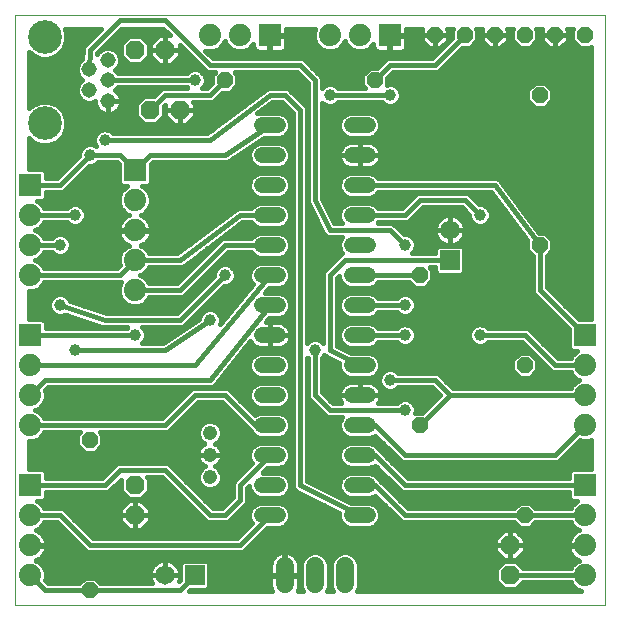
<source format=gbl>
G75*
G70*
%OFA0B0*%
%FSLAX24Y24*%
%IPPOS*%
%LPD*%
%AMOC8*
5,1,8,0,0,1.08239X$1,22.5*
%
%ADD10C,0.0000*%
%ADD11C,0.0520*%
%ADD12OC8,0.0520*%
%ADD13C,0.0476*%
%ADD14R,0.0650X0.0650*%
%ADD15C,0.0650*%
%ADD16OC8,0.0630*%
%ADD17C,0.0600*%
%ADD18C,0.0515*%
%ADD19C,0.1122*%
%ADD20R,0.0740X0.0740*%
%ADD21C,0.0740*%
%ADD22C,0.0160*%
%ADD23C,0.0396*%
D10*
X000615Y000181D02*
X000615Y019866D01*
X020300Y019866D01*
X020300Y000181D01*
X000615Y000181D01*
D11*
X008855Y003181D02*
X009375Y003181D01*
X009375Y004181D02*
X008855Y004181D01*
X008855Y005181D02*
X009375Y005181D01*
X009375Y006181D02*
X008855Y006181D01*
X008855Y007181D02*
X009375Y007181D01*
X009375Y008181D02*
X008855Y008181D01*
X008855Y009181D02*
X009375Y009181D01*
X009375Y010181D02*
X008855Y010181D01*
X008855Y011181D02*
X009375Y011181D01*
X009375Y012181D02*
X008855Y012181D01*
X008855Y013181D02*
X009375Y013181D01*
X009375Y014181D02*
X008855Y014181D01*
X008855Y015181D02*
X009375Y015181D01*
X009375Y016181D02*
X008855Y016181D01*
X011855Y016181D02*
X012375Y016181D01*
X012375Y015181D02*
X011855Y015181D01*
X011855Y014181D02*
X012375Y014181D01*
X012375Y013181D02*
X011855Y013181D01*
X011855Y012181D02*
X012375Y012181D01*
X012375Y011181D02*
X011855Y011181D01*
X011855Y010181D02*
X012375Y010181D01*
X012375Y009181D02*
X011855Y009181D01*
X011855Y008181D02*
X012375Y008181D01*
X012375Y007181D02*
X011855Y007181D01*
X011855Y006181D02*
X012375Y006181D01*
X012375Y005181D02*
X011855Y005181D01*
X011855Y004181D02*
X012375Y004181D01*
X012375Y003181D02*
X011855Y003181D01*
D12*
X014115Y006181D03*
X017615Y008181D03*
X014115Y011181D03*
X018115Y012181D03*
X018115Y017181D03*
X018615Y019181D03*
X019615Y019181D03*
X017615Y019181D03*
X016615Y019181D03*
X015615Y019181D03*
X014615Y019181D03*
X012615Y017681D03*
X007615Y017681D03*
X003115Y005681D03*
X003115Y000681D03*
X017615Y003181D03*
D13*
X007115Y004443D03*
X007115Y005192D03*
X007115Y005920D03*
D14*
X006615Y001181D03*
X015115Y011681D03*
D15*
X015115Y012681D03*
X005615Y001181D03*
D16*
X004615Y003181D03*
X004615Y004181D03*
X017115Y002181D03*
X017115Y001181D03*
X006115Y016681D03*
X005115Y016681D03*
X005615Y018681D03*
X004615Y018681D03*
D17*
X009615Y001481D02*
X009615Y000881D01*
X010615Y000881D02*
X010615Y001481D01*
X011615Y001481D02*
X011615Y000881D01*
D18*
X003715Y016981D03*
X003715Y017681D03*
X003095Y017351D03*
X003095Y018041D03*
X003715Y018351D03*
D19*
X001615Y019118D03*
X001615Y016244D03*
D20*
X001115Y014181D03*
X004615Y014681D03*
X009115Y019181D03*
X013115Y019181D03*
X019615Y009181D03*
X019615Y004181D03*
X001115Y004181D03*
X001115Y009181D03*
D21*
X001115Y008181D03*
X001115Y007181D03*
X001115Y006181D03*
X001115Y003181D03*
X001115Y002181D03*
X001115Y001181D03*
X004615Y010681D03*
X004615Y011681D03*
X004615Y012681D03*
X004615Y013681D03*
X001115Y013181D03*
X001115Y012181D03*
X001115Y011181D03*
X007115Y019181D03*
X008115Y019181D03*
X011115Y019181D03*
X012115Y019181D03*
X019615Y008181D03*
X019615Y007181D03*
X019615Y006181D03*
X019615Y003181D03*
X019615Y002181D03*
X019615Y001181D03*
D22*
X017115Y001181D01*
X016809Y000816D02*
X012075Y000816D01*
X012075Y000790D02*
X012021Y000661D01*
X019485Y000661D01*
X019315Y000732D01*
X019165Y000881D01*
X019141Y000941D01*
X017547Y000941D01*
X017312Y000706D01*
X016918Y000706D01*
X016640Y000985D01*
X016640Y001378D01*
X016918Y001656D01*
X017312Y001656D01*
X017547Y001421D01*
X019141Y001421D01*
X019165Y001482D01*
X019315Y001631D01*
X019409Y001670D01*
X019404Y001672D01*
X019327Y001711D01*
X019256Y001762D01*
X019195Y001823D01*
X019144Y001893D01*
X019105Y001970D01*
X019078Y002053D01*
X019065Y002138D01*
X019065Y002161D01*
X019595Y002161D01*
X019595Y002201D01*
X019065Y002201D01*
X019065Y002225D01*
X019078Y002310D01*
X019105Y002393D01*
X019144Y002470D01*
X019195Y002540D01*
X019256Y002601D01*
X019327Y002652D01*
X019404Y002691D01*
X019409Y002693D01*
X019315Y002732D01*
X019165Y002881D01*
X019141Y002941D01*
X017969Y002941D01*
X017789Y002761D01*
X017441Y002761D01*
X017261Y002941D01*
X013663Y002941D01*
X013567Y002941D01*
X013479Y002978D01*
X012622Y003835D01*
X012613Y003825D01*
X012458Y003761D01*
X011771Y003761D01*
X011617Y003825D01*
X011499Y003944D01*
X011435Y004098D01*
X011435Y004265D01*
X011499Y004419D01*
X011617Y004537D01*
X011771Y004601D01*
X012458Y004601D01*
X012613Y004537D01*
X012731Y004419D01*
X012744Y004388D01*
X012751Y004385D01*
X012818Y004317D01*
X013714Y003421D01*
X017261Y003421D01*
X017441Y003601D01*
X017789Y003601D01*
X017969Y003421D01*
X019141Y003421D01*
X019165Y003482D01*
X019315Y003631D01*
X019365Y003651D01*
X019179Y003651D01*
X019085Y003745D01*
X019085Y003941D01*
X013567Y003941D01*
X013479Y003978D01*
X013411Y004045D01*
X012622Y004835D01*
X012613Y004825D01*
X012458Y004761D01*
X011771Y004761D01*
X011617Y004825D01*
X011499Y004944D01*
X011435Y005098D01*
X011435Y005265D01*
X011499Y005419D01*
X011617Y005537D01*
X011771Y005601D01*
X012458Y005601D01*
X012613Y005537D01*
X012731Y005419D01*
X012744Y005388D01*
X012751Y005385D01*
X013714Y004421D01*
X019085Y004421D01*
X019085Y004618D01*
X019179Y004711D01*
X019820Y004711D01*
X019820Y005693D01*
X019720Y005651D01*
X019509Y005651D01*
X019449Y005676D01*
X018751Y004978D01*
X018663Y004941D01*
X018567Y004941D01*
X013567Y004941D01*
X013479Y004978D01*
X013411Y005045D01*
X012622Y005835D01*
X012613Y005825D01*
X012458Y005761D01*
X011771Y005761D01*
X011617Y005825D01*
X011499Y005944D01*
X011435Y006098D01*
X011435Y006265D01*
X011499Y006419D01*
X011521Y006441D01*
X011067Y006441D01*
X010979Y006478D01*
X010911Y006545D01*
X010411Y007045D01*
X010375Y007134D01*
X010375Y007229D01*
X010375Y008415D01*
X010355Y008435D01*
X010355Y004330D01*
X011811Y003601D01*
X012458Y003601D01*
X012613Y003537D01*
X012731Y003419D01*
X012795Y003265D01*
X012795Y003098D01*
X012731Y002944D01*
X012613Y002825D01*
X012458Y002761D01*
X011771Y002761D01*
X011617Y002825D01*
X011499Y002944D01*
X011435Y003098D01*
X011435Y003253D01*
X010015Y003963D01*
X009979Y003978D01*
X009973Y003984D01*
X009965Y003988D01*
X009939Y004018D01*
X009911Y004045D01*
X009908Y004054D01*
X009902Y004060D01*
X009890Y004098D01*
X009875Y004134D01*
X009875Y004142D01*
X009872Y004151D01*
X009875Y004190D01*
X009875Y016582D01*
X009515Y016941D01*
X009195Y016941D01*
X008704Y016574D01*
X008771Y016601D01*
X009458Y016601D01*
X009613Y016537D01*
X009731Y016419D01*
X009795Y016265D01*
X009795Y016098D01*
X009731Y015944D01*
X009613Y015825D01*
X009458Y015761D01*
X008917Y015761D01*
X007768Y014995D01*
X007751Y014978D01*
X007728Y014969D01*
X007708Y014955D01*
X007685Y014951D01*
X007663Y014941D01*
X007638Y014941D01*
X007614Y014937D01*
X007591Y014941D01*
X005214Y014941D01*
X005145Y014872D01*
X005145Y014245D01*
X005051Y014151D01*
X004865Y014151D01*
X004915Y014131D01*
X005064Y013982D01*
X005145Y013787D01*
X005145Y013576D01*
X005064Y013381D01*
X004915Y013232D01*
X004820Y013193D01*
X004826Y013191D01*
X004903Y013152D01*
X004973Y013101D01*
X005034Y013040D01*
X005085Y012970D01*
X005124Y012893D01*
X005151Y012810D01*
X005165Y012725D01*
X005165Y012701D01*
X004635Y012701D01*
X004635Y012661D01*
X005165Y012661D01*
X005165Y012638D01*
X005151Y012553D01*
X005124Y012470D01*
X005085Y012393D01*
X005034Y012323D01*
X004973Y012262D01*
X004903Y012211D01*
X004826Y012172D01*
X004820Y012170D01*
X004915Y012131D01*
X005064Y011982D01*
X005089Y011921D01*
X006035Y011921D01*
X007957Y013363D01*
X007979Y013385D01*
X007995Y013392D01*
X008009Y013402D01*
X008039Y013410D01*
X008067Y013421D01*
X008085Y013421D01*
X008101Y013426D01*
X008132Y013421D01*
X008501Y013421D01*
X008617Y013537D01*
X008771Y013601D01*
X009458Y013601D01*
X009613Y013537D01*
X009731Y013419D01*
X009795Y013265D01*
X009795Y013098D01*
X009731Y012944D01*
X009613Y012825D01*
X009458Y012761D01*
X008771Y012761D01*
X008617Y012825D01*
X008501Y012941D01*
X008195Y012941D01*
X006273Y011500D01*
X006251Y011478D01*
X006234Y011471D01*
X006221Y011461D01*
X006191Y011453D01*
X006163Y011441D01*
X006145Y011441D01*
X006128Y011437D01*
X006098Y011441D01*
X005089Y011441D01*
X005064Y011381D01*
X004915Y011232D01*
X004793Y011181D01*
X004915Y011131D01*
X005064Y010982D01*
X005089Y010921D01*
X006015Y010921D01*
X007411Y012317D01*
X007479Y012385D01*
X007567Y012421D01*
X008501Y012421D01*
X008617Y012537D01*
X008771Y012601D01*
X009458Y012601D01*
X009613Y012537D01*
X009731Y012419D01*
X009795Y012265D01*
X009795Y012098D01*
X009731Y011944D01*
X009613Y011825D01*
X009458Y011761D01*
X008771Y011761D01*
X008617Y011825D01*
X008501Y011941D01*
X007714Y011941D01*
X006251Y010478D01*
X006163Y010441D01*
X006067Y010441D01*
X005089Y010441D01*
X005064Y010381D01*
X004915Y010232D01*
X004720Y010151D01*
X004509Y010151D01*
X004315Y010232D01*
X004165Y010381D01*
X004085Y010576D01*
X004085Y010787D01*
X004149Y010941D01*
X004067Y010941D01*
X001589Y010941D01*
X001564Y010881D01*
X001415Y010732D01*
X001220Y010651D01*
X001095Y010651D01*
X001095Y009711D01*
X001551Y009711D01*
X001645Y009618D01*
X001645Y009421D01*
X004348Y009421D01*
X004368Y009441D01*
X003623Y009441D01*
X003584Y009439D01*
X003576Y009441D01*
X003567Y009441D01*
X003531Y009456D01*
X002295Y009868D01*
X002186Y009823D01*
X002044Y009823D01*
X001912Y009878D01*
X001811Y009979D01*
X001757Y010110D01*
X001757Y010253D01*
X001811Y010384D01*
X001912Y010485D01*
X002044Y010539D01*
X002186Y010539D01*
X002318Y010485D01*
X002418Y010384D01*
X002443Y010325D01*
X003654Y009921D01*
X006015Y009921D01*
X007257Y011163D01*
X007257Y011253D01*
X007311Y011384D01*
X007412Y011485D01*
X007544Y011539D01*
X007686Y011539D01*
X007818Y011485D01*
X007918Y011384D01*
X007973Y011253D01*
X007973Y011110D01*
X007918Y010979D01*
X007818Y010878D01*
X007686Y010823D01*
X007596Y010823D01*
X006251Y009478D01*
X006163Y009441D01*
X006067Y009441D01*
X004861Y009441D01*
X004918Y009384D01*
X004973Y009253D01*
X004973Y009110D01*
X004918Y008979D01*
X004861Y008921D01*
X005542Y008921D01*
X006757Y009731D01*
X006757Y009753D01*
X006811Y009884D01*
X006912Y009985D01*
X007044Y010039D01*
X007186Y010039D01*
X007318Y009985D01*
X007418Y009884D01*
X007473Y009753D01*
X007473Y009610D01*
X007453Y009562D01*
X008556Y010886D01*
X008499Y010944D01*
X008435Y011098D01*
X008435Y011265D01*
X008499Y011419D01*
X008617Y011537D01*
X008771Y011601D01*
X009458Y011601D01*
X009613Y011537D01*
X009731Y011419D01*
X009795Y011265D01*
X009795Y011098D01*
X009731Y010944D01*
X009613Y010825D01*
X009458Y010761D01*
X009077Y010761D01*
X008944Y010601D01*
X009458Y010601D01*
X009613Y010537D01*
X009731Y010419D01*
X009795Y010265D01*
X009795Y010098D01*
X009731Y009944D01*
X009613Y009825D01*
X009458Y009761D01*
X009086Y009761D01*
X008974Y009621D01*
X009115Y009621D01*
X009115Y009182D01*
X009115Y009182D01*
X009115Y009621D01*
X009409Y009621D01*
X009478Y009611D01*
X009544Y009589D01*
X009605Y009558D01*
X009661Y009517D01*
X009710Y009468D01*
X009751Y009412D01*
X009783Y009350D01*
X009804Y009284D01*
X009815Y009216D01*
X009815Y009182D01*
X009115Y009182D01*
X009115Y009181D01*
X009115Y008741D01*
X009409Y008741D01*
X009478Y008752D01*
X009544Y008774D01*
X009605Y008805D01*
X009661Y008846D01*
X009710Y008895D01*
X009751Y008951D01*
X009783Y009012D01*
X009804Y009078D01*
X009815Y009147D01*
X009815Y009181D01*
X009115Y009181D01*
X009115Y009181D01*
X009115Y008741D01*
X008820Y008741D01*
X008752Y008752D01*
X008686Y008774D01*
X008624Y008805D01*
X008568Y008846D01*
X008519Y008895D01*
X008478Y008951D01*
X008463Y008982D01*
X007323Y007558D01*
X007318Y007545D01*
X007294Y007521D01*
X007272Y007494D01*
X007260Y007488D01*
X007251Y007478D01*
X007219Y007465D01*
X007189Y007448D01*
X007175Y007447D01*
X007163Y007441D01*
X007128Y007441D01*
X007094Y007438D01*
X007081Y007441D01*
X001714Y007441D01*
X001620Y007347D01*
X001645Y007287D01*
X001645Y007076D01*
X001564Y006881D01*
X001415Y006732D01*
X001293Y006681D01*
X001415Y006631D01*
X001564Y006482D01*
X001589Y006421D01*
X005515Y006421D01*
X006411Y007317D01*
X006479Y007385D01*
X006567Y007421D01*
X007567Y007421D01*
X007663Y007421D01*
X007751Y007385D01*
X008608Y006528D01*
X008617Y006537D01*
X008771Y006601D01*
X009458Y006601D01*
X009613Y006537D01*
X009731Y006419D01*
X009795Y006265D01*
X009795Y006098D01*
X009731Y005944D01*
X009613Y005825D01*
X009458Y005761D01*
X008771Y005761D01*
X008617Y005825D01*
X008499Y005944D01*
X008486Y005975D01*
X008479Y005978D01*
X008411Y006045D01*
X007515Y006941D01*
X006714Y006941D01*
X005751Y005978D01*
X005663Y005941D01*
X005567Y005941D01*
X003449Y005941D01*
X003535Y005855D01*
X003535Y005507D01*
X003289Y005261D01*
X002941Y005261D01*
X002695Y005507D01*
X002695Y005855D01*
X002781Y005941D01*
X001589Y005941D01*
X001564Y005881D01*
X001415Y005732D01*
X001220Y005651D01*
X001095Y005651D01*
X001095Y004711D01*
X001551Y004711D01*
X001645Y004618D01*
X001645Y004421D01*
X003515Y004421D01*
X003911Y004817D01*
X003979Y004885D01*
X004067Y004921D01*
X005567Y004921D01*
X005663Y004921D01*
X005751Y004885D01*
X007214Y003421D01*
X007515Y003421D01*
X007875Y003781D01*
X007875Y004134D01*
X007875Y004229D01*
X007911Y004317D01*
X008518Y004924D01*
X008499Y004944D01*
X008435Y005098D01*
X008435Y005265D01*
X008499Y005419D01*
X008617Y005537D01*
X008771Y005601D01*
X009458Y005601D01*
X009613Y005537D01*
X009731Y005419D01*
X009795Y005265D01*
X009795Y005098D01*
X009731Y004944D01*
X009613Y004825D01*
X009458Y004761D01*
X009034Y004761D01*
X008874Y004601D01*
X009458Y004601D01*
X009613Y004537D01*
X009731Y004419D01*
X009795Y004265D01*
X009795Y004098D01*
X009731Y003944D01*
X009613Y003825D01*
X009458Y003761D01*
X008771Y003761D01*
X008617Y003825D01*
X008499Y003944D01*
X008435Y004098D01*
X008435Y004162D01*
X008355Y004082D01*
X008355Y003634D01*
X008318Y003545D01*
X008251Y003478D01*
X007751Y002978D01*
X007663Y002941D01*
X007567Y002941D01*
X007067Y002941D01*
X006979Y002978D01*
X006911Y003045D01*
X005515Y004441D01*
X005026Y004441D01*
X005090Y004378D01*
X005090Y003985D01*
X004812Y003706D01*
X004418Y003706D01*
X004140Y003985D01*
X004140Y004367D01*
X003751Y003978D01*
X003663Y003941D01*
X003567Y003941D01*
X001645Y003941D01*
X001645Y003745D01*
X001551Y003651D01*
X001365Y003651D01*
X001415Y003631D01*
X001564Y003482D01*
X001589Y003421D01*
X002067Y003421D01*
X002163Y003421D01*
X002251Y003385D01*
X003214Y002421D01*
X008015Y002421D01*
X008518Y002924D01*
X008499Y002944D01*
X008435Y003098D01*
X008435Y003265D01*
X008499Y003419D01*
X008617Y003537D01*
X008771Y003601D01*
X009458Y003601D01*
X009613Y003537D01*
X009731Y003419D01*
X009795Y003265D01*
X009795Y003098D01*
X009731Y002944D01*
X009613Y002825D01*
X009458Y002761D01*
X009034Y002761D01*
X008251Y001978D01*
X008163Y001941D01*
X008067Y001941D01*
X003067Y001941D01*
X002979Y001978D01*
X002911Y002045D01*
X002015Y002941D01*
X001589Y002941D01*
X001564Y002881D01*
X001415Y002732D01*
X001320Y002693D01*
X001326Y002691D01*
X001403Y002652D01*
X001473Y002601D01*
X001534Y002540D01*
X001585Y002470D01*
X001624Y002393D01*
X001651Y002310D01*
X001665Y002225D01*
X001665Y002201D01*
X001135Y002201D01*
X001135Y002161D01*
X001665Y002161D01*
X001665Y002138D01*
X001651Y002053D01*
X001624Y001970D01*
X001585Y001893D01*
X001534Y001823D01*
X001473Y001762D01*
X001403Y001711D01*
X001326Y001672D01*
X001320Y001670D01*
X001415Y001631D01*
X001564Y001482D01*
X001645Y001287D01*
X001645Y001076D01*
X001620Y001016D01*
X001714Y000921D01*
X002761Y000921D01*
X002941Y001101D01*
X003289Y001101D01*
X003469Y000921D01*
X005181Y000921D01*
X005147Y000988D01*
X005122Y001063D01*
X005110Y001142D01*
X005110Y001181D01*
X005614Y001181D01*
X005614Y001182D01*
X005110Y001182D01*
X005110Y001221D01*
X005122Y001300D01*
X005147Y001375D01*
X005183Y001446D01*
X005230Y001510D01*
X005286Y001567D01*
X005350Y001613D01*
X005421Y001649D01*
X005497Y001674D01*
X005575Y001686D01*
X005615Y001686D01*
X005615Y001182D01*
X005615Y001182D01*
X005615Y001686D01*
X005655Y001686D01*
X005733Y001674D01*
X005809Y001649D01*
X005879Y001613D01*
X005944Y001567D01*
X006000Y001510D01*
X006047Y001446D01*
X006083Y001375D01*
X006107Y001300D01*
X006120Y001221D01*
X006120Y001182D01*
X005615Y001182D01*
X005615Y001181D01*
X006120Y001181D01*
X006120Y001142D01*
X006107Y001063D01*
X006083Y000989D01*
X006130Y001036D01*
X006130Y001573D01*
X006224Y001666D01*
X007006Y001666D01*
X007100Y001573D01*
X007100Y000790D01*
X007006Y000696D01*
X006469Y000696D01*
X006434Y000661D01*
X009188Y000661D01*
X009170Y000697D01*
X009147Y000769D01*
X009135Y000844D01*
X009135Y001161D01*
X009595Y001161D01*
X009595Y001201D01*
X009135Y001201D01*
X009135Y001519D01*
X009147Y001594D01*
X009170Y001666D01*
X009204Y001733D01*
X009249Y001794D01*
X009302Y001848D01*
X009363Y001892D01*
X009431Y001926D01*
X009502Y001950D01*
X009577Y001961D01*
X009595Y001961D01*
X009595Y001202D01*
X009635Y001202D01*
X009635Y001961D01*
X009653Y001961D01*
X009727Y001950D01*
X009799Y001926D01*
X009866Y001892D01*
X009927Y001848D01*
X009981Y001794D01*
X010025Y001733D01*
X010060Y001666D01*
X010083Y001594D01*
X010095Y001519D01*
X010095Y001201D01*
X009635Y001201D01*
X009635Y001161D01*
X010095Y001161D01*
X010095Y000844D01*
X010083Y000769D01*
X010060Y000697D01*
X010041Y000661D01*
X010208Y000661D01*
X010155Y000790D01*
X010155Y001573D01*
X010225Y001742D01*
X010354Y001871D01*
X010523Y001941D01*
X010706Y001941D01*
X010875Y001871D01*
X011005Y001742D01*
X011075Y001573D01*
X011075Y000790D01*
X011021Y000661D01*
X011208Y000661D01*
X011155Y000790D01*
X011155Y001573D01*
X011225Y001742D01*
X011354Y001871D01*
X011523Y001941D01*
X011706Y001941D01*
X011875Y001871D01*
X012005Y001742D01*
X012075Y001573D01*
X012075Y000790D01*
X012075Y000974D02*
X016650Y000974D01*
X016640Y001133D02*
X012075Y001133D01*
X012075Y001291D02*
X016640Y001291D01*
X016711Y001450D02*
X012075Y001450D01*
X012060Y001608D02*
X016870Y001608D01*
X016910Y001686D02*
X016620Y001976D01*
X016620Y002181D01*
X017114Y002181D01*
X017114Y002182D01*
X016620Y002182D01*
X016620Y002386D01*
X016910Y002676D01*
X017115Y002676D01*
X017115Y002182D01*
X017115Y002182D01*
X017115Y002676D01*
X017320Y002676D01*
X017610Y002386D01*
X017610Y002182D01*
X017115Y002182D01*
X017115Y002181D01*
X017115Y001686D01*
X017320Y001686D01*
X017610Y001976D01*
X017610Y002181D01*
X017115Y002181D01*
X017115Y002181D01*
X017115Y001686D01*
X016910Y001686D01*
X016829Y001767D02*
X011980Y001767D01*
X011745Y001925D02*
X016671Y001925D01*
X016620Y002084D02*
X008357Y002084D01*
X008515Y002242D02*
X016620Y002242D01*
X016634Y002401D02*
X008674Y002401D01*
X008832Y002560D02*
X016793Y002560D01*
X017115Y002560D02*
X017115Y002560D01*
X017115Y002401D02*
X017115Y002401D01*
X017115Y002242D02*
X017115Y002242D01*
X017115Y002084D02*
X017115Y002084D01*
X017115Y001925D02*
X017115Y001925D01*
X017115Y001767D02*
X017115Y001767D01*
X017400Y001767D02*
X019252Y001767D01*
X019292Y001608D02*
X017360Y001608D01*
X017518Y001450D02*
X019152Y001450D01*
X019128Y001925D02*
X017559Y001925D01*
X017610Y002084D02*
X019073Y002084D01*
X019068Y002242D02*
X017610Y002242D01*
X017595Y002401D02*
X019109Y002401D01*
X019215Y002560D02*
X017437Y002560D01*
X017326Y002877D02*
X012664Y002877D01*
X012769Y003035D02*
X013422Y003035D01*
X013263Y003194D02*
X012795Y003194D01*
X012759Y003352D02*
X013104Y003352D01*
X012946Y003511D02*
X012639Y003511D01*
X012787Y003669D02*
X011675Y003669D01*
X011614Y003828D02*
X011358Y003828D01*
X011481Y003986D02*
X011041Y003986D01*
X010724Y004145D02*
X011435Y004145D01*
X011451Y004304D02*
X010407Y004304D01*
X010355Y004462D02*
X011542Y004462D01*
X011728Y004779D02*
X010355Y004779D01*
X010355Y004621D02*
X012836Y004621D01*
X012688Y004462D02*
X012995Y004462D01*
X013153Y004304D02*
X012832Y004304D01*
X012991Y004145D02*
X013312Y004145D01*
X013470Y003986D02*
X013149Y003986D01*
X013308Y003828D02*
X019085Y003828D01*
X019161Y003669D02*
X013466Y003669D01*
X013625Y003511D02*
X017350Y003511D01*
X017615Y003181D02*
X013615Y003181D01*
X012615Y004181D01*
X012115Y004181D01*
X012615Y003828D02*
X012629Y003828D01*
X012115Y003181D02*
X010115Y004181D01*
X010115Y016681D01*
X009615Y017181D01*
X009115Y017181D01*
X007115Y015681D01*
X003615Y015681D01*
X003277Y015560D02*
X001847Y015560D01*
X001758Y015523D02*
X002023Y015633D01*
X002226Y015836D01*
X002336Y016101D01*
X002336Y016388D01*
X002226Y016653D01*
X002023Y016856D01*
X001758Y016965D01*
X001471Y016965D01*
X001206Y016856D01*
X001095Y016744D01*
X001095Y018619D01*
X001206Y018507D01*
X001471Y018397D01*
X001758Y018397D01*
X002023Y018507D01*
X002226Y018710D01*
X002336Y018975D01*
X002336Y019262D01*
X002284Y019386D01*
X003480Y019386D01*
X002948Y018854D01*
X002916Y018824D01*
X002914Y018820D01*
X002911Y018817D01*
X002895Y018777D01*
X002876Y018737D01*
X002876Y018733D01*
X002875Y018729D01*
X002875Y018685D01*
X002866Y018398D01*
X002858Y018395D01*
X002741Y018278D01*
X002677Y018124D01*
X002677Y017958D01*
X002741Y017805D01*
X002849Y017696D01*
X002741Y017588D01*
X002677Y017434D01*
X002677Y017268D01*
X002741Y017115D01*
X002858Y016997D01*
X003012Y016934D01*
X003178Y016934D01*
X003277Y016975D01*
X003277Y016947D01*
X003288Y016879D01*
X003309Y016813D01*
X003341Y016752D01*
X003381Y016696D01*
X003430Y016648D01*
X003486Y016607D01*
X003547Y016576D01*
X003612Y016555D01*
X003680Y016544D01*
X003715Y016544D01*
X003749Y016544D01*
X003817Y016555D01*
X003883Y016576D01*
X003944Y016607D01*
X004000Y016648D01*
X004048Y016696D01*
X004089Y016752D01*
X004120Y016813D01*
X004141Y016879D01*
X004152Y016947D01*
X004152Y016981D01*
X003715Y016981D01*
X003715Y016544D01*
X003715Y016981D01*
X003715Y016981D01*
X003715Y016982D01*
X004152Y016982D01*
X004152Y017016D01*
X004141Y017084D01*
X004120Y017149D01*
X004089Y017211D01*
X004048Y017266D01*
X004000Y017315D01*
X003964Y017341D01*
X004065Y017441D01*
X006348Y017441D01*
X006368Y017421D01*
X005567Y017421D01*
X005479Y017385D01*
X005411Y017317D01*
X005250Y017156D01*
X004918Y017156D01*
X004640Y016878D01*
X004640Y016485D01*
X004918Y016206D01*
X005312Y016206D01*
X005590Y016485D01*
X005590Y016817D01*
X005620Y016847D01*
X005620Y016682D01*
X006114Y016682D01*
X006114Y016681D01*
X005620Y016681D01*
X005620Y016476D01*
X005910Y016186D01*
X006115Y016186D01*
X006320Y016186D01*
X006610Y016476D01*
X006610Y016681D01*
X006115Y016681D01*
X006115Y016186D01*
X006115Y016681D01*
X006115Y016681D01*
X006115Y016682D01*
X006610Y016682D01*
X006610Y016886D01*
X006555Y016941D01*
X007163Y016941D01*
X007251Y016978D01*
X007318Y017045D01*
X007534Y017261D01*
X007789Y017261D01*
X008035Y017507D01*
X008035Y017855D01*
X007949Y017941D01*
X010015Y017941D01*
X010375Y017582D01*
X010375Y013720D01*
X010372Y013712D01*
X010375Y013673D01*
X010375Y013634D01*
X010378Y013626D01*
X010379Y013617D01*
X010396Y013582D01*
X010411Y013545D01*
X010418Y013539D01*
X010896Y012582D01*
X010911Y012545D01*
X010918Y012539D01*
X010921Y012531D01*
X010951Y012506D01*
X010979Y012478D01*
X010987Y012475D01*
X010994Y012469D01*
X011031Y012456D01*
X011067Y012441D01*
X011076Y012441D01*
X011084Y012439D01*
X011123Y012441D01*
X011521Y012441D01*
X011499Y012419D01*
X011435Y012265D01*
X011435Y012098D01*
X011499Y011944D01*
X011534Y011908D01*
X011479Y011885D01*
X010979Y011385D01*
X010911Y011317D01*
X010875Y011229D01*
X010875Y008928D01*
X010818Y008985D01*
X010686Y009039D01*
X010544Y009039D01*
X010412Y008985D01*
X010355Y008928D01*
X010355Y016729D01*
X010318Y016817D01*
X010251Y016885D01*
X009751Y017385D01*
X009663Y017421D01*
X009567Y017421D01*
X009132Y017421D01*
X009101Y017426D01*
X009085Y017421D01*
X009067Y017421D01*
X009039Y017410D01*
X009009Y017402D01*
X008995Y017392D01*
X008979Y017385D01*
X008957Y017363D01*
X007035Y015921D01*
X003881Y015921D01*
X003818Y015985D01*
X003686Y016039D01*
X003544Y016039D01*
X003412Y015985D01*
X003311Y015884D01*
X003257Y015753D01*
X003257Y015610D01*
X003307Y015489D01*
X003186Y015539D01*
X003044Y015539D01*
X002912Y015485D01*
X002811Y015384D01*
X002757Y015253D01*
X002757Y015163D01*
X002015Y014421D01*
X001645Y014421D01*
X001645Y014618D01*
X001551Y014711D01*
X001095Y014711D01*
X001095Y015745D01*
X001206Y015633D01*
X001471Y015523D01*
X001758Y015523D01*
X001383Y015560D02*
X001095Y015560D01*
X001095Y015402D02*
X002829Y015402D01*
X002757Y015243D02*
X001095Y015243D01*
X001095Y015084D02*
X002678Y015084D01*
X002520Y014926D02*
X001095Y014926D01*
X001095Y014767D02*
X002361Y014767D01*
X002203Y014609D02*
X001645Y014609D01*
X001645Y014450D02*
X002044Y014450D01*
X002115Y014181D02*
X003115Y015181D01*
X004115Y015181D01*
X004615Y014681D01*
X005115Y015181D01*
X007615Y015181D01*
X009115Y016181D01*
X008853Y015719D02*
X009875Y015719D01*
X009875Y015877D02*
X009665Y015877D01*
X009769Y016036D02*
X009875Y016036D01*
X009875Y016194D02*
X009795Y016194D01*
X009758Y016353D02*
X009875Y016353D01*
X009875Y016511D02*
X009639Y016511D01*
X009787Y016670D02*
X008833Y016670D01*
X009044Y016828D02*
X009628Y016828D01*
X009990Y017146D02*
X010375Y017146D01*
X010375Y017304D02*
X009831Y017304D01*
X010149Y016987D02*
X010375Y016987D01*
X010375Y016828D02*
X010307Y016828D01*
X010355Y016670D02*
X010375Y016670D01*
X010375Y016511D02*
X010355Y016511D01*
X010355Y016353D02*
X010375Y016353D01*
X010375Y016194D02*
X010355Y016194D01*
X010355Y016036D02*
X010375Y016036D01*
X010375Y015877D02*
X010355Y015877D01*
X010355Y015719D02*
X010375Y015719D01*
X010375Y015560D02*
X010355Y015560D01*
X010355Y015402D02*
X010375Y015402D01*
X010375Y015243D02*
X010355Y015243D01*
X010355Y015084D02*
X010375Y015084D01*
X010375Y014926D02*
X010355Y014926D01*
X010355Y014767D02*
X010375Y014767D01*
X010375Y014609D02*
X010355Y014609D01*
X010355Y014450D02*
X010375Y014450D01*
X010375Y014292D02*
X010355Y014292D01*
X010355Y014133D02*
X010375Y014133D01*
X010375Y013975D02*
X010355Y013975D01*
X010355Y013816D02*
X010375Y013816D01*
X010375Y013658D02*
X010355Y013658D01*
X010355Y013499D02*
X010438Y013499D01*
X010517Y013341D02*
X010355Y013341D01*
X010355Y013182D02*
X010596Y013182D01*
X010675Y013023D02*
X010355Y013023D01*
X010355Y012865D02*
X010755Y012865D01*
X010834Y012706D02*
X010355Y012706D01*
X010355Y012548D02*
X010910Y012548D01*
X011115Y012681D02*
X013115Y012681D01*
X013615Y012181D01*
X013861Y011921D02*
X013918Y011979D01*
X013973Y012110D01*
X013973Y012253D01*
X013918Y012384D01*
X013818Y012485D01*
X013686Y012539D01*
X013596Y012539D01*
X013251Y012885D01*
X013163Y012921D01*
X013067Y012921D01*
X012709Y012921D01*
X012729Y012941D01*
X013567Y012941D01*
X013663Y012941D01*
X013751Y012978D01*
X014214Y013441D01*
X015515Y013441D01*
X015757Y013200D01*
X015757Y013110D01*
X015811Y012979D01*
X015912Y012878D01*
X016044Y012823D01*
X016186Y012823D01*
X016318Y012878D01*
X016418Y012979D01*
X016473Y013110D01*
X016473Y013253D01*
X016418Y013384D01*
X016318Y013485D01*
X016186Y013539D01*
X016096Y013539D01*
X015751Y013885D01*
X015663Y013921D01*
X015567Y013921D01*
X014067Y013921D01*
X013979Y013885D01*
X013911Y013817D01*
X013515Y013421D01*
X012729Y013421D01*
X012613Y013537D01*
X012458Y013601D01*
X011771Y013601D01*
X011617Y013537D01*
X011499Y013419D01*
X011435Y013265D01*
X011435Y013098D01*
X011499Y012944D01*
X011521Y012921D01*
X011263Y012921D01*
X010855Y013738D01*
X010855Y016935D01*
X010912Y016878D01*
X011044Y016823D01*
X011186Y016823D01*
X011318Y016878D01*
X011381Y016941D01*
X012848Y016941D01*
X012912Y016878D01*
X013044Y016823D01*
X013186Y016823D01*
X013318Y016878D01*
X013418Y016979D01*
X013473Y017110D01*
X013473Y017253D01*
X013418Y017384D01*
X013318Y017485D01*
X013186Y017539D01*
X013044Y017539D01*
X013035Y017536D01*
X013035Y017762D01*
X013214Y017941D01*
X014567Y017941D01*
X014663Y017941D01*
X014751Y017978D01*
X015534Y018761D01*
X015789Y018761D01*
X016035Y019007D01*
X016035Y019355D01*
X016004Y019386D01*
X016198Y019386D01*
X016175Y019364D01*
X016175Y019182D01*
X016614Y019182D01*
X016614Y019181D01*
X016175Y019181D01*
X016175Y018999D01*
X016433Y018741D01*
X016615Y018741D01*
X016797Y018741D01*
X017055Y018999D01*
X017055Y019181D01*
X016615Y019181D01*
X016615Y018741D01*
X016615Y019181D01*
X016615Y019181D01*
X016615Y019182D01*
X017055Y019182D01*
X017055Y019364D01*
X017032Y019386D01*
X017226Y019386D01*
X017195Y019355D01*
X017195Y019007D01*
X017441Y018761D01*
X017789Y018761D01*
X018035Y019007D01*
X018035Y019355D01*
X018004Y019386D01*
X018198Y019386D01*
X018175Y019364D01*
X018175Y019182D01*
X018614Y019182D01*
X018614Y019181D01*
X018175Y019181D01*
X018175Y018999D01*
X018433Y018741D01*
X018615Y018741D01*
X018797Y018741D01*
X019055Y018999D01*
X019055Y019181D01*
X018615Y019181D01*
X018615Y018741D01*
X018615Y019181D01*
X018615Y019181D01*
X018615Y019182D01*
X019055Y019182D01*
X019055Y019364D01*
X019032Y019386D01*
X019226Y019386D01*
X019195Y019355D01*
X019195Y019007D01*
X019441Y018761D01*
X019789Y018761D01*
X019820Y018793D01*
X019820Y009711D01*
X019424Y009711D01*
X018355Y010781D01*
X018355Y011827D01*
X018535Y012007D01*
X018535Y012355D01*
X018289Y012601D01*
X018100Y012601D01*
X016825Y014301D01*
X016818Y014317D01*
X016797Y014339D01*
X016778Y014364D01*
X016763Y014372D01*
X016751Y014385D01*
X016722Y014397D01*
X016696Y014412D01*
X016679Y014415D01*
X016663Y014421D01*
X016632Y014421D01*
X016601Y014426D01*
X016585Y014421D01*
X012729Y014421D01*
X012613Y014537D01*
X012458Y014601D01*
X011771Y014601D01*
X011617Y014537D01*
X011499Y014419D01*
X011435Y014265D01*
X011435Y014098D01*
X011499Y013944D01*
X011617Y013825D01*
X011771Y013761D01*
X012458Y013761D01*
X012613Y013825D01*
X012729Y013941D01*
X016495Y013941D01*
X017695Y012341D01*
X017695Y012007D01*
X017875Y011827D01*
X017875Y010634D01*
X017911Y010545D01*
X017979Y010478D01*
X019085Y009372D01*
X019085Y008745D01*
X019179Y008651D01*
X019365Y008651D01*
X019315Y008631D01*
X019165Y008482D01*
X019141Y008421D01*
X018714Y008421D01*
X017818Y009317D01*
X017751Y009385D01*
X017663Y009421D01*
X016381Y009421D01*
X016318Y009485D01*
X016186Y009539D01*
X016044Y009539D01*
X015912Y009485D01*
X015811Y009384D01*
X015757Y009253D01*
X015757Y009110D01*
X015811Y008979D01*
X015912Y008878D01*
X016044Y008823D01*
X016186Y008823D01*
X016318Y008878D01*
X016381Y008941D01*
X017515Y008941D01*
X018479Y007978D01*
X018567Y007941D01*
X018663Y007941D01*
X019141Y007941D01*
X019165Y007881D01*
X019315Y007732D01*
X019437Y007681D01*
X019315Y007631D01*
X019165Y007482D01*
X019141Y007421D01*
X015214Y007421D01*
X014751Y007885D01*
X014663Y007921D01*
X014567Y007921D01*
X013381Y007921D01*
X013318Y007985D01*
X013186Y008039D01*
X013044Y008039D01*
X012912Y007985D01*
X012811Y007884D01*
X012757Y007753D01*
X012757Y007610D01*
X012811Y007479D01*
X012912Y007378D01*
X013044Y007323D01*
X013186Y007323D01*
X013318Y007378D01*
X013381Y007441D01*
X014515Y007441D01*
X014775Y007181D01*
X014195Y006601D01*
X013969Y006601D01*
X013973Y006610D01*
X013973Y006753D01*
X013918Y006884D01*
X013818Y006985D01*
X013686Y007039D01*
X013544Y007039D01*
X013412Y006985D01*
X013348Y006921D01*
X012730Y006921D01*
X012751Y006951D01*
X012783Y007012D01*
X012804Y007078D01*
X012815Y007147D01*
X012815Y007181D01*
X012115Y007181D01*
X012115Y007182D01*
X012115Y007182D01*
X012115Y007621D01*
X012409Y007621D01*
X012478Y007611D01*
X012544Y007589D01*
X012605Y007558D01*
X012661Y007517D01*
X012710Y007468D01*
X012751Y007412D01*
X012783Y007350D01*
X012804Y007284D01*
X012815Y007216D01*
X012815Y007182D01*
X012115Y007182D01*
X012115Y007621D01*
X011820Y007621D01*
X011752Y007611D01*
X011686Y007589D01*
X011624Y007558D01*
X011568Y007517D01*
X011519Y007468D01*
X011478Y007412D01*
X011447Y007350D01*
X011426Y007284D01*
X011415Y007216D01*
X011415Y007182D01*
X012114Y007182D01*
X012114Y007181D01*
X011415Y007181D01*
X011415Y007147D01*
X011426Y007078D01*
X011447Y007012D01*
X011478Y006951D01*
X011500Y006921D01*
X011214Y006921D01*
X010855Y007281D01*
X010855Y008415D01*
X010918Y008479D01*
X010936Y008521D01*
X010939Y008518D01*
X010965Y008488D01*
X010973Y008484D01*
X010979Y008478D01*
X011015Y008463D01*
X011435Y008253D01*
X011435Y008098D01*
X011499Y007944D01*
X011617Y007825D01*
X011771Y007761D01*
X012458Y007761D01*
X012613Y007825D01*
X012731Y007944D01*
X012795Y008098D01*
X012795Y008265D01*
X012731Y008419D01*
X012613Y008537D01*
X012458Y008601D01*
X011811Y008601D01*
X011355Y008830D01*
X011355Y011082D01*
X011435Y011162D01*
X011435Y011098D01*
X011499Y010944D01*
X011617Y010825D01*
X011771Y010761D01*
X012458Y010761D01*
X012613Y010825D01*
X012729Y010941D01*
X013761Y010941D01*
X013941Y010761D01*
X014289Y010761D01*
X014535Y011007D01*
X014535Y011355D01*
X014449Y011441D01*
X014630Y011441D01*
X014630Y011290D01*
X014724Y011196D01*
X015506Y011196D01*
X015600Y011290D01*
X015600Y012073D01*
X015506Y012166D01*
X014724Y012166D01*
X014630Y012073D01*
X014630Y011921D01*
X013861Y011921D01*
X013957Y012072D02*
X014630Y012072D01*
X014786Y012296D02*
X014850Y012249D01*
X014921Y012213D01*
X014997Y012189D01*
X015075Y012176D01*
X015115Y012176D01*
X015155Y012176D01*
X015233Y012189D01*
X015309Y012213D01*
X015379Y012249D01*
X015444Y012296D01*
X015500Y012352D01*
X015547Y012417D01*
X015583Y012488D01*
X015607Y012563D01*
X015620Y012642D01*
X015620Y012681D01*
X015115Y012681D01*
X015115Y012176D01*
X015115Y012681D01*
X015115Y012681D01*
X015115Y012682D01*
X015115Y012682D01*
X015115Y013186D01*
X015155Y013186D01*
X015233Y013174D01*
X015309Y013149D01*
X015379Y013113D01*
X015444Y013067D01*
X015500Y013010D01*
X015547Y012946D01*
X015583Y012875D01*
X015607Y012800D01*
X015620Y012721D01*
X015620Y012682D01*
X015115Y012682D01*
X015115Y013186D01*
X015075Y013186D01*
X014997Y013174D01*
X014921Y013149D01*
X014850Y013113D01*
X014786Y013067D01*
X014730Y013010D01*
X014683Y012946D01*
X014647Y012875D01*
X014622Y012800D01*
X014610Y012721D01*
X014610Y012682D01*
X015114Y012682D01*
X015114Y012681D01*
X014610Y012681D01*
X014610Y012642D01*
X014622Y012563D01*
X014647Y012488D01*
X014683Y012417D01*
X014730Y012352D01*
X014786Y012296D01*
X014887Y012231D02*
X013973Y012231D01*
X013913Y012389D02*
X014703Y012389D01*
X014627Y012548D02*
X013588Y012548D01*
X013429Y012706D02*
X014610Y012706D01*
X014643Y012865D02*
X013271Y012865D01*
X013615Y013181D02*
X014115Y013681D01*
X015615Y013681D01*
X016115Y013181D01*
X015757Y013182D02*
X015182Y013182D01*
X015115Y013182D02*
X015115Y013182D01*
X015047Y013182D02*
X013955Y013182D01*
X014113Y013341D02*
X015616Y013341D01*
X015487Y013023D02*
X015793Y013023D01*
X015943Y012865D02*
X015586Y012865D01*
X015620Y012706D02*
X017421Y012706D01*
X017540Y012548D02*
X015602Y012548D01*
X015527Y012389D02*
X017659Y012389D01*
X017695Y012231D02*
X015343Y012231D01*
X015115Y012231D02*
X015115Y012231D01*
X015115Y012389D02*
X015115Y012389D01*
X015115Y012548D02*
X015115Y012548D01*
X015115Y012706D02*
X015115Y012706D01*
X015115Y012865D02*
X015115Y012865D01*
X015115Y013023D02*
X015115Y013023D01*
X014743Y013023D02*
X013796Y013023D01*
X013615Y013181D02*
X012115Y013181D01*
X012651Y013499D02*
X013593Y013499D01*
X013752Y013658D02*
X010895Y013658D01*
X010855Y013816D02*
X011639Y013816D01*
X011486Y013975D02*
X010855Y013975D01*
X010855Y014133D02*
X011435Y014133D01*
X011446Y014292D02*
X010855Y014292D01*
X010855Y014450D02*
X011530Y014450D01*
X011686Y014774D02*
X011624Y014805D01*
X011568Y014846D01*
X011519Y014895D01*
X011478Y014951D01*
X011447Y015012D01*
X011426Y015078D01*
X011415Y015147D01*
X011415Y015181D01*
X012114Y015181D01*
X012114Y015182D01*
X011415Y015182D01*
X011415Y015216D01*
X011426Y015284D01*
X011447Y015350D01*
X011478Y015412D01*
X011519Y015468D01*
X011568Y015517D01*
X011624Y015558D01*
X011686Y015589D01*
X011752Y015611D01*
X011820Y015621D01*
X012115Y015621D01*
X012115Y015182D01*
X012115Y015182D01*
X012115Y015621D01*
X012409Y015621D01*
X012478Y015611D01*
X012544Y015589D01*
X012605Y015558D01*
X012661Y015517D01*
X012710Y015468D01*
X012751Y015412D01*
X012783Y015350D01*
X012804Y015284D01*
X012815Y015216D01*
X012815Y015182D01*
X012115Y015182D01*
X012115Y015181D01*
X012115Y014741D01*
X012409Y014741D01*
X012478Y014752D01*
X012544Y014774D01*
X012605Y014805D01*
X012661Y014846D01*
X012710Y014895D01*
X012751Y014951D01*
X012783Y015012D01*
X012804Y015078D01*
X012815Y015147D01*
X012815Y015181D01*
X012115Y015181D01*
X012115Y015181D01*
X012115Y014741D01*
X011820Y014741D01*
X011752Y014752D01*
X011686Y014774D01*
X011705Y014767D02*
X010855Y014767D01*
X010855Y014609D02*
X019820Y014609D01*
X019820Y014767D02*
X012524Y014767D01*
X012733Y014926D02*
X019820Y014926D01*
X019820Y015084D02*
X012805Y015084D01*
X012811Y015243D02*
X019820Y015243D01*
X019820Y015402D02*
X012756Y015402D01*
X012601Y015560D02*
X019820Y015560D01*
X019820Y015719D02*
X010855Y015719D01*
X010855Y015877D02*
X011565Y015877D01*
X011617Y015825D02*
X011771Y015761D01*
X012458Y015761D01*
X012613Y015825D01*
X012731Y015944D01*
X012795Y016098D01*
X012795Y016265D01*
X012731Y016419D01*
X012613Y016537D01*
X012458Y016601D01*
X011771Y016601D01*
X011617Y016537D01*
X011499Y016419D01*
X011435Y016265D01*
X011435Y016098D01*
X011499Y015944D01*
X011617Y015825D01*
X011461Y016036D02*
X010855Y016036D01*
X010855Y016194D02*
X011435Y016194D01*
X011471Y016353D02*
X010855Y016353D01*
X010855Y016511D02*
X011591Y016511D01*
X011198Y016828D02*
X013031Y016828D01*
X013198Y016828D02*
X017874Y016828D01*
X017941Y016761D02*
X018289Y016761D01*
X018535Y017007D01*
X018535Y017355D01*
X018289Y017601D01*
X017941Y017601D01*
X017695Y017355D01*
X017695Y017007D01*
X017941Y016761D01*
X017715Y016987D02*
X013422Y016987D01*
X013473Y017146D02*
X017695Y017146D01*
X017695Y017304D02*
X013452Y017304D01*
X013340Y017463D02*
X017802Y017463D01*
X018427Y017463D02*
X019820Y017463D01*
X019820Y017621D02*
X013035Y017621D01*
X013053Y017780D02*
X019820Y017780D01*
X019820Y017938D02*
X013211Y017938D01*
X013115Y018181D02*
X014615Y018181D01*
X015615Y019181D01*
X015917Y018890D02*
X016284Y018890D01*
X016175Y019048D02*
X016035Y019048D01*
X016035Y019207D02*
X016175Y019207D01*
X016176Y019365D02*
X016025Y019365D01*
X016615Y019048D02*
X016615Y019048D01*
X016615Y018890D02*
X016615Y018890D01*
X016945Y018890D02*
X017313Y018890D01*
X017195Y019048D02*
X017055Y019048D01*
X017055Y019207D02*
X017195Y019207D01*
X017205Y019365D02*
X017053Y019365D01*
X017917Y018890D02*
X018284Y018890D01*
X018175Y019048D02*
X018035Y019048D01*
X018035Y019207D02*
X018175Y019207D01*
X018176Y019365D02*
X018025Y019365D01*
X018615Y019048D02*
X018615Y019048D01*
X018615Y018890D02*
X018615Y018890D01*
X018945Y018890D02*
X019313Y018890D01*
X019195Y019048D02*
X019055Y019048D01*
X019055Y019207D02*
X019195Y019207D01*
X019205Y019365D02*
X019053Y019365D01*
X019820Y018731D02*
X015504Y018731D01*
X015345Y018572D02*
X019820Y018572D01*
X019820Y018414D02*
X015187Y018414D01*
X015028Y018255D02*
X019820Y018255D01*
X019820Y018097D02*
X014870Y018097D01*
X014515Y018421D02*
X013067Y018421D01*
X012979Y018385D01*
X012911Y018317D01*
X012695Y018101D01*
X012441Y018101D01*
X012195Y017855D01*
X012195Y017507D01*
X012281Y017421D01*
X011381Y017421D01*
X011318Y017485D01*
X011186Y017539D01*
X011044Y017539D01*
X010912Y017485D01*
X010855Y017428D01*
X010855Y017729D01*
X010818Y017817D01*
X010751Y017885D01*
X010251Y018385D01*
X010163Y018421D01*
X010067Y018421D01*
X007214Y018421D01*
X006966Y018669D01*
X007009Y018651D01*
X007220Y018651D01*
X007415Y018732D01*
X007564Y018881D01*
X007615Y019004D01*
X007665Y018881D01*
X007815Y018732D01*
X008009Y018651D01*
X008220Y018651D01*
X008415Y018732D01*
X008564Y018881D01*
X008565Y018883D01*
X008565Y018788D01*
X008577Y018742D01*
X008601Y018701D01*
X008634Y018667D01*
X008675Y018644D01*
X008721Y018631D01*
X009095Y018631D01*
X009095Y019161D01*
X009135Y019161D01*
X009135Y018631D01*
X009509Y018631D01*
X009554Y018644D01*
X009595Y018667D01*
X009629Y018701D01*
X009652Y018742D01*
X009665Y018788D01*
X009665Y019161D01*
X009135Y019161D01*
X009135Y019201D01*
X009665Y019201D01*
X009665Y019386D01*
X010626Y019386D01*
X010585Y019287D01*
X010585Y019076D01*
X010665Y018881D01*
X010815Y018732D01*
X011009Y018651D01*
X011220Y018651D01*
X011415Y018732D01*
X011564Y018881D01*
X011615Y019004D01*
X011665Y018881D01*
X011815Y018732D01*
X012009Y018651D01*
X012220Y018651D01*
X012415Y018732D01*
X012564Y018881D01*
X012565Y018883D01*
X012565Y018788D01*
X012577Y018742D01*
X012601Y018701D01*
X012634Y018667D01*
X012675Y018644D01*
X012721Y018631D01*
X013095Y018631D01*
X013095Y019161D01*
X013135Y019161D01*
X013135Y018631D01*
X013509Y018631D01*
X013554Y018644D01*
X013595Y018667D01*
X013629Y018701D01*
X013652Y018742D01*
X013665Y018788D01*
X013665Y019161D01*
X013135Y019161D01*
X013135Y019201D01*
X013665Y019201D01*
X013665Y019386D01*
X014198Y019386D01*
X014175Y019364D01*
X014175Y019182D01*
X014614Y019182D01*
X014614Y019181D01*
X014175Y019181D01*
X014175Y018999D01*
X014433Y018741D01*
X014615Y018741D01*
X014797Y018741D01*
X015055Y018999D01*
X015055Y019181D01*
X014615Y019181D01*
X014615Y018741D01*
X014615Y019181D01*
X014615Y019181D01*
X014615Y019182D01*
X015055Y019182D01*
X015055Y019364D01*
X015032Y019386D01*
X015226Y019386D01*
X015195Y019355D01*
X015195Y019101D01*
X014515Y018421D01*
X014666Y018572D02*
X007063Y018572D01*
X007412Y018731D02*
X007817Y018731D01*
X007662Y018890D02*
X007568Y018890D01*
X007115Y018181D02*
X010115Y018181D01*
X010615Y017681D01*
X010615Y013681D01*
X011115Y012681D01*
X011212Y013023D02*
X011466Y013023D01*
X011435Y013182D02*
X011133Y013182D01*
X011054Y013341D02*
X011466Y013341D01*
X011579Y013499D02*
X010974Y013499D01*
X009875Y013499D02*
X009651Y013499D01*
X009763Y013341D02*
X009875Y013341D01*
X009875Y013182D02*
X009795Y013182D01*
X009764Y013023D02*
X009875Y013023D01*
X009875Y012865D02*
X009652Y012865D01*
X009875Y012706D02*
X007881Y012706D01*
X007670Y012548D02*
X008642Y012548D01*
X008577Y012865D02*
X008093Y012865D01*
X008115Y013181D02*
X009115Y013181D01*
X008579Y013499D02*
X005113Y013499D01*
X005145Y013658D02*
X009875Y013658D01*
X009875Y013816D02*
X009590Y013816D01*
X009613Y013825D02*
X009458Y013761D01*
X008771Y013761D01*
X008617Y013825D01*
X008499Y013944D01*
X008435Y014098D01*
X008435Y014265D01*
X008499Y014419D01*
X008617Y014537D01*
X008771Y014601D01*
X009458Y014601D01*
X009613Y014537D01*
X009731Y014419D01*
X009795Y014265D01*
X009795Y014098D01*
X009731Y013944D01*
X009613Y013825D01*
X009744Y013975D02*
X009875Y013975D01*
X009875Y014133D02*
X009795Y014133D01*
X009784Y014292D02*
X009875Y014292D01*
X009875Y014450D02*
X009700Y014450D01*
X009875Y014609D02*
X005145Y014609D01*
X005145Y014767D02*
X008757Y014767D01*
X008771Y014761D02*
X009458Y014761D01*
X009613Y014825D01*
X009731Y014944D01*
X009795Y015098D01*
X009795Y015265D01*
X009731Y015419D01*
X009613Y015537D01*
X009458Y015601D01*
X008771Y015601D01*
X008617Y015537D01*
X008499Y015419D01*
X008435Y015265D01*
X008435Y015098D01*
X008499Y014944D01*
X008617Y014825D01*
X008771Y014761D01*
X008516Y014926D02*
X005199Y014926D01*
X005145Y014450D02*
X008530Y014450D01*
X008446Y014292D02*
X005145Y014292D01*
X004909Y014133D02*
X008435Y014133D01*
X008486Y013975D02*
X005067Y013975D01*
X005133Y013816D02*
X008639Y013816D01*
X008115Y013181D02*
X006115Y011681D01*
X004615Y011681D01*
X004115Y011181D01*
X001115Y011181D01*
X001487Y010804D02*
X004092Y010804D01*
X004085Y010645D02*
X001095Y010645D01*
X001095Y010487D02*
X001916Y010487D01*
X001788Y010328D02*
X001095Y010328D01*
X001095Y010170D02*
X001757Y010170D01*
X001798Y010011D02*
X001095Y010011D01*
X001095Y009853D02*
X001973Y009853D01*
X001645Y009535D02*
X003294Y009535D01*
X003615Y009681D02*
X006115Y009681D01*
X007615Y011181D01*
X007865Y011438D02*
X008517Y011438D01*
X008441Y011279D02*
X007962Y011279D01*
X007973Y011121D02*
X008435Y011121D01*
X008491Y010962D02*
X007902Y010962D01*
X007577Y010804D02*
X008488Y010804D01*
X008356Y010645D02*
X007418Y010645D01*
X007260Y010487D02*
X008224Y010487D01*
X008091Y010328D02*
X007101Y010328D01*
X006942Y010170D02*
X007959Y010170D01*
X007827Y010011D02*
X007255Y010011D01*
X007431Y009853D02*
X007695Y009853D01*
X007563Y009694D02*
X007473Y009694D01*
X007115Y009681D02*
X005615Y008681D01*
X002615Y008681D01*
X002818Y009694D02*
X001568Y009694D01*
X001115Y009181D02*
X004615Y009181D01*
X004952Y009060D02*
X005750Y009060D01*
X005988Y009218D02*
X004973Y009218D01*
X004921Y009377D02*
X006225Y009377D01*
X006308Y009535D02*
X006463Y009535D01*
X006467Y009694D02*
X006701Y009694D01*
X006625Y009853D02*
X006798Y009853D01*
X006784Y010011D02*
X006975Y010011D01*
X006581Y010487D02*
X006260Y010487D01*
X006418Y010645D02*
X006739Y010645D01*
X006898Y010804D02*
X006577Y010804D01*
X006735Y010962D02*
X007056Y010962D01*
X007215Y011121D02*
X006894Y011121D01*
X007052Y011279D02*
X007268Y011279D01*
X007211Y011438D02*
X007365Y011438D01*
X007369Y011597D02*
X008760Y011597D01*
X008529Y011914D02*
X007686Y011914D01*
X007528Y011755D02*
X009875Y011755D01*
X009875Y011597D02*
X009470Y011597D01*
X009712Y011438D02*
X009875Y011438D01*
X009875Y011279D02*
X009789Y011279D01*
X009795Y011121D02*
X009875Y011121D01*
X009875Y010962D02*
X009739Y010962D01*
X009875Y010804D02*
X009561Y010804D01*
X009663Y010487D02*
X009875Y010487D01*
X009875Y010645D02*
X008980Y010645D01*
X009115Y010181D02*
X007115Y007681D01*
X001615Y007681D01*
X001115Y007181D01*
X001613Y006999D02*
X006093Y006999D01*
X006251Y007157D02*
X001645Y007157D01*
X001633Y007316D02*
X006410Y007316D01*
X006615Y007181D02*
X007615Y007181D01*
X008615Y006181D01*
X009115Y006181D01*
X009627Y006523D02*
X009875Y006523D01*
X009875Y006365D02*
X009754Y006365D01*
X009795Y006206D02*
X009875Y006206D01*
X009875Y006048D02*
X009774Y006048D01*
X009676Y005889D02*
X009875Y005889D01*
X009875Y005730D02*
X007467Y005730D01*
X007452Y005694D02*
X007513Y005840D01*
X007513Y005999D01*
X007452Y006145D01*
X007340Y006257D01*
X007194Y006317D01*
X007036Y006317D01*
X006889Y006257D01*
X006778Y006145D01*
X006717Y005999D01*
X006717Y005840D01*
X006778Y005694D01*
X006889Y005582D01*
X006929Y005566D01*
X006896Y005549D01*
X006843Y005511D01*
X006796Y005464D01*
X006757Y005411D01*
X006728Y005352D01*
X006707Y005290D01*
X006697Y005225D01*
X006697Y005192D01*
X006697Y005159D01*
X006707Y005094D01*
X006728Y005032D01*
X006757Y004973D01*
X006796Y004920D01*
X006843Y004873D01*
X006896Y004835D01*
X006952Y004806D01*
X006889Y004780D01*
X006778Y004669D01*
X006717Y004522D01*
X006717Y004364D01*
X006778Y004218D01*
X006889Y004106D01*
X007036Y004045D01*
X007194Y004045D01*
X007340Y004106D01*
X007452Y004218D01*
X007513Y004364D01*
X007513Y004522D01*
X007452Y004669D01*
X007340Y004780D01*
X007278Y004806D01*
X007334Y004835D01*
X007387Y004873D01*
X007433Y004920D01*
X007472Y004973D01*
X007502Y005032D01*
X007522Y005094D01*
X007533Y005159D01*
X007533Y005192D01*
X007533Y005225D01*
X007522Y005290D01*
X007502Y005352D01*
X007472Y005411D01*
X007433Y005464D01*
X007387Y005511D01*
X007334Y005549D01*
X007301Y005566D01*
X007340Y005582D01*
X007452Y005694D01*
X007315Y005572D02*
X008700Y005572D01*
X008496Y005413D02*
X007470Y005413D01*
X007528Y005255D02*
X008435Y005255D01*
X008435Y005096D02*
X007523Y005096D01*
X007533Y005192D02*
X007115Y005192D01*
X007533Y005192D01*
X007446Y004938D02*
X008505Y004938D01*
X008373Y004779D02*
X007341Y004779D01*
X007472Y004621D02*
X008215Y004621D01*
X008056Y004462D02*
X007513Y004462D01*
X007487Y004304D02*
X007906Y004304D01*
X007875Y004145D02*
X007379Y004145D01*
X007875Y003986D02*
X006649Y003986D01*
X006808Y003828D02*
X007875Y003828D01*
X007763Y003669D02*
X006966Y003669D01*
X007125Y003511D02*
X007605Y003511D01*
X007615Y003181D02*
X008115Y003681D01*
X008115Y004181D01*
X009115Y005181D01*
X009501Y004779D02*
X009875Y004779D01*
X009875Y004621D02*
X008893Y004621D01*
X008435Y004145D02*
X008418Y004145D01*
X008355Y003986D02*
X008481Y003986D01*
X008355Y003828D02*
X008614Y003828D01*
X008355Y003669D02*
X010602Y003669D01*
X010285Y003828D02*
X009615Y003828D01*
X009749Y003986D02*
X009968Y003986D01*
X009874Y004145D02*
X009795Y004145D01*
X009779Y004304D02*
X009875Y004304D01*
X009875Y004462D02*
X009688Y004462D01*
X009725Y004938D02*
X009875Y004938D01*
X009875Y005096D02*
X009794Y005096D01*
X009795Y005255D02*
X009875Y005255D01*
X009875Y005413D02*
X009733Y005413D01*
X009875Y005572D02*
X009530Y005572D01*
X010355Y005572D02*
X011700Y005572D01*
X011496Y005413D02*
X010355Y005413D01*
X010355Y005255D02*
X011435Y005255D01*
X011435Y005096D02*
X010355Y005096D01*
X010355Y004938D02*
X011505Y004938D01*
X012115Y005181D02*
X012615Y005181D01*
X013615Y004181D01*
X019615Y004181D01*
X019085Y004462D02*
X013674Y004462D01*
X013515Y004621D02*
X019088Y004621D01*
X018869Y005096D02*
X019820Y005096D01*
X019820Y004938D02*
X013198Y004938D01*
X013039Y005096D02*
X013361Y005096D01*
X013202Y005255D02*
X012881Y005255D01*
X012733Y005413D02*
X013043Y005413D01*
X012885Y005572D02*
X012530Y005572D01*
X012726Y005730D02*
X010355Y005730D01*
X010355Y005889D02*
X011553Y005889D01*
X011456Y006048D02*
X010355Y006048D01*
X010355Y006206D02*
X011435Y006206D01*
X011476Y006365D02*
X010355Y006365D01*
X010355Y006523D02*
X010934Y006523D01*
X010775Y006682D02*
X010355Y006682D01*
X010355Y006840D02*
X010617Y006840D01*
X010458Y006999D02*
X010355Y006999D01*
X010355Y007157D02*
X010375Y007157D01*
X010375Y007316D02*
X010355Y007316D01*
X010355Y007474D02*
X010375Y007474D01*
X010375Y007633D02*
X010355Y007633D01*
X010355Y007791D02*
X010375Y007791D01*
X010375Y007950D02*
X010355Y007950D01*
X010355Y008109D02*
X010375Y008109D01*
X010375Y008267D02*
X010355Y008267D01*
X010355Y008426D02*
X010364Y008426D01*
X010615Y008681D02*
X010615Y007181D01*
X011115Y006681D01*
X013615Y006681D01*
X013784Y006999D02*
X014593Y006999D01*
X014751Y007157D02*
X012815Y007157D01*
X012794Y007316D02*
X014641Y007316D01*
X014615Y007681D02*
X015115Y007181D01*
X019615Y007181D01*
X019320Y007633D02*
X015003Y007633D01*
X015161Y007474D02*
X019163Y007474D01*
X019255Y007791D02*
X017819Y007791D01*
X017789Y007761D02*
X018035Y008007D01*
X018035Y008355D01*
X017789Y008601D01*
X017441Y008601D01*
X017195Y008355D01*
X017195Y008007D01*
X017441Y007761D01*
X017789Y007761D01*
X017977Y007950D02*
X018546Y007950D01*
X018615Y008181D02*
X017615Y009181D01*
X016115Y009181D01*
X015778Y009060D02*
X013952Y009060D01*
X013973Y009110D02*
X013918Y008979D01*
X013818Y008878D01*
X013686Y008823D01*
X013544Y008823D01*
X013412Y008878D01*
X013348Y008941D01*
X012729Y008941D01*
X012613Y008825D01*
X012458Y008761D01*
X011771Y008761D01*
X011617Y008825D01*
X011499Y008944D01*
X011435Y009098D01*
X011435Y009265D01*
X011499Y009419D01*
X011617Y009537D01*
X011771Y009601D01*
X012458Y009601D01*
X012613Y009537D01*
X012729Y009421D01*
X013348Y009421D01*
X013412Y009485D01*
X013544Y009539D01*
X013686Y009539D01*
X013818Y009485D01*
X013918Y009384D01*
X013973Y009253D01*
X013973Y009110D01*
X013973Y009218D02*
X015757Y009218D01*
X015808Y009377D02*
X013921Y009377D01*
X013696Y009535D02*
X016034Y009535D01*
X016196Y009535D02*
X018921Y009535D01*
X019080Y009377D02*
X017759Y009377D01*
X017818Y009317D02*
X017818Y009317D01*
X017917Y009218D02*
X019085Y009218D01*
X019085Y009060D02*
X018076Y009060D01*
X018234Y008901D02*
X019085Y008901D01*
X019087Y008743D02*
X018393Y008743D01*
X018551Y008584D02*
X019268Y008584D01*
X019142Y008426D02*
X018710Y008426D01*
X018615Y008181D02*
X019615Y008181D01*
X019615Y009181D02*
X018115Y010681D01*
X018115Y012181D01*
X016615Y014181D01*
X012115Y014181D01*
X012590Y013816D02*
X013910Y013816D01*
X012700Y014450D02*
X019820Y014450D01*
X019820Y014292D02*
X016832Y014292D01*
X016951Y014133D02*
X019820Y014133D01*
X019820Y013975D02*
X017070Y013975D01*
X017189Y013816D02*
X019820Y013816D01*
X019820Y013658D02*
X017308Y013658D01*
X017427Y013499D02*
X019820Y013499D01*
X019820Y013341D02*
X017545Y013341D01*
X017664Y013182D02*
X019820Y013182D01*
X019820Y013023D02*
X017783Y013023D01*
X017902Y012865D02*
X019820Y012865D01*
X019820Y012706D02*
X018021Y012706D01*
X018342Y012548D02*
X019820Y012548D01*
X019820Y012389D02*
X018501Y012389D01*
X018535Y012231D02*
X019820Y012231D01*
X019820Y012072D02*
X018535Y012072D01*
X018441Y011914D02*
X019820Y011914D01*
X019820Y011755D02*
X018355Y011755D01*
X018355Y011597D02*
X019820Y011597D01*
X019820Y011438D02*
X018355Y011438D01*
X018355Y011279D02*
X019820Y011279D01*
X019820Y011121D02*
X018355Y011121D01*
X018355Y010962D02*
X019820Y010962D01*
X019820Y010804D02*
X018355Y010804D01*
X018490Y010645D02*
X019820Y010645D01*
X019820Y010487D02*
X018649Y010487D01*
X018807Y010328D02*
X019820Y010328D01*
X019820Y010170D02*
X018966Y010170D01*
X019124Y010011D02*
X019820Y010011D01*
X019820Y009853D02*
X019283Y009853D01*
X018763Y009694D02*
X011355Y009694D01*
X011355Y009853D02*
X011590Y009853D01*
X011617Y009825D02*
X011771Y009761D01*
X012458Y009761D01*
X012613Y009825D01*
X012729Y009941D01*
X013348Y009941D01*
X013412Y009878D01*
X013544Y009823D01*
X013686Y009823D01*
X013818Y009878D01*
X013918Y009979D01*
X013973Y010110D01*
X013973Y010253D01*
X013918Y010384D01*
X013818Y010485D01*
X013686Y010539D01*
X013544Y010539D01*
X013412Y010485D01*
X013348Y010421D01*
X012729Y010421D01*
X012613Y010537D01*
X012458Y010601D01*
X011771Y010601D01*
X011617Y010537D01*
X011499Y010419D01*
X011435Y010265D01*
X011435Y010098D01*
X011499Y009944D01*
X011617Y009825D01*
X011471Y010011D02*
X011355Y010011D01*
X011355Y010170D02*
X011435Y010170D01*
X011461Y010328D02*
X011355Y010328D01*
X011355Y010487D02*
X011566Y010487D01*
X011355Y010645D02*
X017875Y010645D01*
X017875Y010804D02*
X014331Y010804D01*
X014490Y010962D02*
X017875Y010962D01*
X017875Y011121D02*
X014535Y011121D01*
X014535Y011279D02*
X014640Y011279D01*
X014630Y011438D02*
X014452Y011438D01*
X014115Y011181D02*
X012115Y011181D01*
X012561Y010804D02*
X013898Y010804D01*
X013813Y010487D02*
X017970Y010487D01*
X018129Y010328D02*
X013942Y010328D01*
X013973Y010170D02*
X018287Y010170D01*
X018446Y010011D02*
X013932Y010011D01*
X013757Y009853D02*
X018604Y009853D01*
X017714Y008743D02*
X011529Y008743D01*
X011541Y008901D02*
X011355Y008901D01*
X011355Y009060D02*
X011451Y009060D01*
X011435Y009218D02*
X011355Y009218D01*
X011355Y009377D02*
X011481Y009377D01*
X011355Y009535D02*
X011615Y009535D01*
X012115Y009181D02*
X013615Y009181D01*
X013841Y008901D02*
X015888Y008901D01*
X016341Y008901D02*
X017555Y008901D01*
X017424Y008584D02*
X012500Y008584D01*
X012724Y008426D02*
X017265Y008426D01*
X017195Y008267D02*
X012794Y008267D01*
X012795Y008109D02*
X017195Y008109D01*
X017252Y007950D02*
X013353Y007950D01*
X013115Y007681D02*
X014615Y007681D01*
X014844Y007791D02*
X017411Y007791D01*
X018035Y008109D02*
X018348Y008109D01*
X018190Y008267D02*
X018035Y008267D01*
X018031Y008426D02*
X017964Y008426D01*
X017873Y008584D02*
X017806Y008584D01*
X019615Y006181D02*
X018615Y005181D01*
X013615Y005181D01*
X012615Y006181D01*
X012115Y006181D01*
X012776Y006999D02*
X013445Y006999D01*
X013937Y006840D02*
X014434Y006840D01*
X014276Y006682D02*
X013973Y006682D01*
X014115Y006181D02*
X015115Y007181D01*
X013388Y008901D02*
X012689Y008901D01*
X012615Y009535D02*
X013534Y009535D01*
X013473Y009853D02*
X012640Y009853D01*
X012115Y010181D02*
X013615Y010181D01*
X013416Y010487D02*
X012663Y010487D01*
X011669Y010804D02*
X011355Y010804D01*
X011355Y010962D02*
X011491Y010962D01*
X011435Y011121D02*
X011394Y011121D01*
X011115Y011181D02*
X011115Y008681D01*
X012115Y008181D01*
X012531Y007791D02*
X012773Y007791D01*
X012757Y007633D02*
X010855Y007633D01*
X010855Y007791D02*
X011699Y007791D01*
X011496Y007950D02*
X010855Y007950D01*
X010855Y008109D02*
X011435Y008109D01*
X011407Y008267D02*
X010855Y008267D01*
X010865Y008426D02*
X011090Y008426D01*
X010875Y009060D02*
X010355Y009060D01*
X010355Y009218D02*
X010875Y009218D01*
X010875Y009377D02*
X010355Y009377D01*
X010355Y009535D02*
X010875Y009535D01*
X010875Y009694D02*
X010355Y009694D01*
X010355Y009853D02*
X010875Y009853D01*
X010875Y010011D02*
X010355Y010011D01*
X010355Y010170D02*
X010875Y010170D01*
X010875Y010328D02*
X010355Y010328D01*
X010355Y010487D02*
X010875Y010487D01*
X010875Y010645D02*
X010355Y010645D01*
X010355Y010804D02*
X010875Y010804D01*
X010875Y010962D02*
X010355Y010962D01*
X010355Y011121D02*
X010875Y011121D01*
X010896Y011279D02*
X010355Y011279D01*
X010355Y011438D02*
X011032Y011438D01*
X011191Y011597D02*
X010355Y011597D01*
X010355Y011755D02*
X011349Y011755D01*
X011529Y011914D02*
X010355Y011914D01*
X010355Y012072D02*
X011445Y012072D01*
X011435Y012231D02*
X010355Y012231D01*
X010355Y012389D02*
X011486Y012389D01*
X011615Y011681D02*
X011115Y011181D01*
X011615Y011681D02*
X015115Y011681D01*
X015600Y011755D02*
X017875Y011755D01*
X017875Y011597D02*
X015600Y011597D01*
X015600Y011438D02*
X017875Y011438D01*
X017875Y011279D02*
X015589Y011279D01*
X015600Y011914D02*
X017789Y011914D01*
X017695Y012072D02*
X015600Y012072D01*
X016286Y012865D02*
X017302Y012865D01*
X017183Y013023D02*
X016437Y013023D01*
X016473Y013182D02*
X017064Y013182D01*
X016945Y013341D02*
X016436Y013341D01*
X016284Y013499D02*
X016827Y013499D01*
X016708Y013658D02*
X015978Y013658D01*
X015819Y013816D02*
X016589Y013816D01*
X018356Y016828D02*
X019820Y016828D01*
X019820Y016670D02*
X010855Y016670D01*
X010855Y016828D02*
X011031Y016828D01*
X011115Y017181D02*
X013115Y017181D01*
X012615Y017681D02*
X013115Y018181D01*
X013049Y018414D02*
X010181Y018414D01*
X010380Y018255D02*
X012849Y018255D01*
X012436Y018097D02*
X010539Y018097D01*
X010697Y017938D02*
X012278Y017938D01*
X012195Y017780D02*
X010834Y017780D01*
X010855Y017621D02*
X012195Y017621D01*
X012240Y017463D02*
X011340Y017463D01*
X010890Y017463D02*
X010855Y017463D01*
X010375Y017463D02*
X007990Y017463D01*
X008035Y017621D02*
X010336Y017621D01*
X010177Y017780D02*
X008035Y017780D01*
X007952Y017938D02*
X010019Y017938D01*
X009646Y018731D02*
X010817Y018731D01*
X010662Y018890D02*
X009665Y018890D01*
X009665Y019048D02*
X010596Y019048D01*
X010585Y019207D02*
X009665Y019207D01*
X009665Y019365D02*
X010617Y019365D01*
X011412Y018731D02*
X011817Y018731D01*
X011662Y018890D02*
X011568Y018890D01*
X012412Y018731D02*
X012583Y018731D01*
X013095Y018731D02*
X013135Y018731D01*
X013135Y018890D02*
X013095Y018890D01*
X013095Y019048D02*
X013135Y019048D01*
X013665Y019048D02*
X014175Y019048D01*
X014175Y019207D02*
X013665Y019207D01*
X013665Y019365D02*
X014176Y019365D01*
X014615Y019048D02*
X014615Y019048D01*
X014615Y018890D02*
X014615Y018890D01*
X014825Y018731D02*
X013646Y018731D01*
X013665Y018890D02*
X014284Y018890D01*
X014945Y018890D02*
X014984Y018890D01*
X015055Y019048D02*
X015142Y019048D01*
X015195Y019207D02*
X015055Y019207D01*
X015053Y019365D02*
X015205Y019365D01*
X012639Y016511D02*
X019820Y016511D01*
X019820Y016353D02*
X012758Y016353D01*
X012795Y016194D02*
X019820Y016194D01*
X019820Y016036D02*
X012769Y016036D01*
X012665Y015877D02*
X019820Y015877D01*
X019820Y016987D02*
X018514Y016987D01*
X018535Y017146D02*
X019820Y017146D01*
X019820Y017304D02*
X018535Y017304D01*
X012115Y015560D02*
X012115Y015560D01*
X012115Y015402D02*
X012115Y015402D01*
X012115Y015243D02*
X012115Y015243D01*
X012115Y015084D02*
X012115Y015084D01*
X012115Y014926D02*
X012115Y014926D01*
X012115Y014767D02*
X012115Y014767D01*
X011496Y014926D02*
X010855Y014926D01*
X010855Y015084D02*
X011425Y015084D01*
X011419Y015243D02*
X010855Y015243D01*
X010855Y015402D02*
X011473Y015402D01*
X011629Y015560D02*
X010855Y015560D01*
X009875Y015560D02*
X009558Y015560D01*
X009738Y015402D02*
X009875Y015402D01*
X009875Y015243D02*
X009795Y015243D01*
X009789Y015084D02*
X009875Y015084D01*
X009875Y014926D02*
X009713Y014926D01*
X009875Y014767D02*
X009473Y014767D01*
X008672Y015560D02*
X008616Y015560D01*
X008491Y015402D02*
X008378Y015402D01*
X008435Y015243D02*
X008140Y015243D01*
X007902Y015084D02*
X008440Y015084D01*
X007399Y016194D02*
X006328Y016194D01*
X006115Y016194D02*
X006115Y016194D01*
X006115Y016353D02*
X006115Y016353D01*
X006115Y016511D02*
X006115Y016511D01*
X006115Y016670D02*
X006115Y016670D01*
X005743Y016353D02*
X005458Y016353D01*
X005590Y016511D02*
X005620Y016511D01*
X005620Y016670D02*
X005590Y016670D01*
X005601Y016828D02*
X005620Y016828D01*
X005615Y017181D02*
X007115Y017181D01*
X007615Y017681D01*
X007281Y017941D02*
X007195Y017855D01*
X007195Y017601D01*
X007015Y017421D01*
X006861Y017421D01*
X006918Y017479D01*
X006973Y017610D01*
X006973Y017753D01*
X006918Y017884D01*
X006818Y017985D01*
X006686Y018039D01*
X006544Y018039D01*
X006412Y017985D01*
X006348Y017921D01*
X004065Y017921D01*
X003970Y018016D01*
X004069Y018115D01*
X004132Y018268D01*
X004132Y018434D01*
X004069Y018588D01*
X003951Y018705D01*
X003798Y018769D01*
X003632Y018769D01*
X003478Y018705D01*
X003361Y018588D01*
X003351Y018565D01*
X003352Y018579D01*
X004159Y019386D01*
X005570Y019386D01*
X005780Y019176D01*
X005615Y019176D01*
X005615Y018682D01*
X005615Y018682D01*
X006110Y018682D01*
X006110Y018847D01*
X006911Y018045D01*
X006979Y017978D01*
X007067Y017941D01*
X007281Y017941D01*
X007278Y017938D02*
X006864Y017938D01*
X006911Y018045D02*
X006911Y018045D01*
X006860Y018097D02*
X004051Y018097D01*
X004048Y017938D02*
X006365Y017938D01*
X006701Y018255D02*
X005889Y018255D01*
X005820Y018186D02*
X006110Y018476D01*
X006110Y018681D01*
X005615Y018681D01*
X005615Y018186D01*
X005820Y018186D01*
X005615Y018186D02*
X005615Y018681D01*
X005615Y018681D01*
X005615Y018682D01*
X005615Y019176D01*
X005410Y019176D01*
X005120Y018886D01*
X005120Y018682D01*
X005614Y018682D01*
X005614Y018681D01*
X005120Y018681D01*
X005120Y018476D01*
X005410Y018186D01*
X005615Y018186D01*
X005615Y018255D02*
X005615Y018255D01*
X005615Y018414D02*
X005615Y018414D01*
X005615Y018572D02*
X005615Y018572D01*
X005615Y018731D02*
X005615Y018731D01*
X005615Y018890D02*
X005615Y018890D01*
X005615Y019048D02*
X005615Y019048D01*
X005750Y019207D02*
X003979Y019207D01*
X004138Y019365D02*
X005592Y019365D01*
X005615Y019681D02*
X007115Y018181D01*
X007195Y017780D02*
X006962Y017780D01*
X006973Y017621D02*
X007195Y017621D01*
X007057Y017463D02*
X006902Y017463D01*
X006615Y017681D02*
X003715Y017681D01*
X004011Y017304D02*
X005398Y017304D01*
X005615Y017181D02*
X005115Y016681D01*
X004772Y016353D02*
X002336Y016353D01*
X002336Y016194D02*
X005902Y016194D01*
X006486Y016353D02*
X007610Y016353D01*
X007821Y016511D02*
X006610Y016511D01*
X006610Y016670D02*
X008033Y016670D01*
X008244Y016828D02*
X006610Y016828D01*
X007260Y016987D02*
X008456Y016987D01*
X008667Y017146D02*
X007418Y017146D01*
X007831Y017304D02*
X008878Y017304D01*
X009095Y018731D02*
X009135Y018731D01*
X009135Y018890D02*
X009095Y018890D01*
X009095Y019048D02*
X009135Y019048D01*
X008583Y018731D02*
X008412Y018731D01*
X006543Y018414D02*
X006047Y018414D01*
X006110Y018572D02*
X006384Y018572D01*
X006226Y018731D02*
X006110Y018731D01*
X005341Y018255D02*
X004860Y018255D01*
X004812Y018206D02*
X005090Y018485D01*
X005090Y018878D01*
X004812Y019156D01*
X004418Y019156D01*
X004140Y018878D01*
X004140Y018485D01*
X004418Y018206D01*
X004812Y018206D01*
X005019Y018414D02*
X005182Y018414D01*
X005120Y018572D02*
X005090Y018572D01*
X005090Y018731D02*
X005120Y018731D01*
X005123Y018890D02*
X005078Y018890D01*
X004920Y019048D02*
X005281Y019048D01*
X005615Y019681D02*
X004115Y019681D01*
X003115Y018681D01*
X003095Y018041D01*
X002766Y017780D02*
X001095Y017780D01*
X001095Y017938D02*
X002686Y017938D01*
X002677Y018097D02*
X001095Y018097D01*
X001095Y018255D02*
X002732Y018255D01*
X002866Y018414D02*
X001798Y018414D01*
X001431Y018414D02*
X001095Y018414D01*
X001095Y018572D02*
X001141Y018572D01*
X002088Y018572D02*
X002871Y018572D01*
X002876Y018731D02*
X002235Y018731D01*
X002300Y018890D02*
X002984Y018890D01*
X003142Y019048D02*
X002336Y019048D01*
X002336Y019207D02*
X003301Y019207D01*
X003459Y019365D02*
X002293Y019365D01*
X003351Y018572D02*
X003354Y018572D01*
X003504Y018731D02*
X003540Y018731D01*
X003662Y018890D02*
X004151Y018890D01*
X004140Y018731D02*
X003889Y018731D01*
X004075Y018572D02*
X004140Y018572D01*
X004132Y018414D02*
X004211Y018414D01*
X004127Y018255D02*
X004369Y018255D01*
X004310Y019048D02*
X003821Y019048D01*
X002774Y017621D02*
X001095Y017621D01*
X001095Y017463D02*
X002689Y017463D01*
X002677Y017304D02*
X001095Y017304D01*
X001095Y017146D02*
X002728Y017146D01*
X002884Y016987D02*
X001095Y016987D01*
X001095Y016828D02*
X001179Y016828D01*
X002050Y016828D02*
X003304Y016828D01*
X003408Y016670D02*
X002209Y016670D01*
X002285Y016511D02*
X004640Y016511D01*
X004640Y016670D02*
X004022Y016670D01*
X004125Y016828D02*
X004640Y016828D01*
X004749Y016987D02*
X004152Y016987D01*
X004121Y017146D02*
X004907Y017146D01*
X003715Y016828D02*
X003715Y016828D01*
X003715Y016670D02*
X003715Y016670D01*
X003695Y016036D02*
X007187Y016036D01*
X007927Y013341D02*
X005023Y013341D01*
X004844Y013182D02*
X007716Y013182D01*
X007504Y013023D02*
X005046Y013023D01*
X005133Y012865D02*
X007293Y012865D01*
X007081Y012706D02*
X005165Y012706D01*
X005150Y012548D02*
X006870Y012548D01*
X006659Y012389D02*
X005082Y012389D01*
X004930Y012231D02*
X006447Y012231D01*
X006236Y012072D02*
X004974Y012072D01*
X004409Y012170D02*
X004315Y012131D01*
X004165Y011982D01*
X004085Y011787D01*
X004085Y011576D01*
X004110Y011516D01*
X004015Y011421D01*
X001589Y011421D01*
X001564Y011482D01*
X001415Y011631D01*
X001293Y011681D01*
X001415Y011732D01*
X001564Y011881D01*
X001589Y011941D01*
X001848Y011941D01*
X001912Y011878D01*
X002044Y011823D01*
X002186Y011823D01*
X002318Y011878D01*
X002418Y011979D01*
X002473Y012110D01*
X002473Y012253D01*
X002418Y012384D01*
X002318Y012485D01*
X002186Y012539D01*
X002044Y012539D01*
X001912Y012485D01*
X001848Y012421D01*
X001589Y012421D01*
X001564Y012482D01*
X001415Y012631D01*
X001293Y012681D01*
X001415Y012732D01*
X001564Y012881D01*
X001589Y012941D01*
X002348Y012941D01*
X002412Y012878D01*
X002544Y012823D01*
X002686Y012823D01*
X002818Y012878D01*
X002918Y012979D01*
X002973Y013110D01*
X002973Y013253D01*
X002918Y013384D01*
X002818Y013485D01*
X002686Y013539D01*
X002544Y013539D01*
X002412Y013485D01*
X002348Y013421D01*
X001589Y013421D01*
X001564Y013482D01*
X001415Y013631D01*
X001365Y013651D01*
X001551Y013651D01*
X001645Y013745D01*
X001645Y013941D01*
X002067Y013941D01*
X002163Y013941D01*
X002251Y013978D01*
X003096Y014823D01*
X003186Y014823D01*
X003318Y014878D01*
X003381Y014941D01*
X004015Y014941D01*
X004085Y014872D01*
X004085Y014245D01*
X004179Y014151D01*
X004365Y014151D01*
X004315Y014131D01*
X004165Y013982D01*
X004085Y013787D01*
X004085Y013576D01*
X004165Y013381D01*
X004315Y013232D01*
X004409Y013193D01*
X004404Y013191D01*
X004327Y013152D01*
X004256Y013101D01*
X004195Y013040D01*
X004144Y012970D01*
X004105Y012893D01*
X004078Y012810D01*
X004065Y012725D01*
X004065Y012701D01*
X004595Y012701D01*
X004595Y012661D01*
X004065Y012661D01*
X004065Y012638D01*
X004078Y012553D01*
X004105Y012470D01*
X004144Y012393D01*
X004195Y012323D01*
X004256Y012262D01*
X004327Y012211D01*
X004404Y012172D01*
X004409Y012170D01*
X004299Y012231D02*
X002473Y012231D01*
X002457Y012072D02*
X004256Y012072D01*
X004137Y011914D02*
X002353Y011914D01*
X002115Y012181D02*
X001115Y012181D01*
X001498Y012548D02*
X004080Y012548D01*
X004065Y012706D02*
X001353Y012706D01*
X001548Y012865D02*
X002443Y012865D01*
X002786Y012865D02*
X004096Y012865D01*
X004184Y013023D02*
X002937Y013023D01*
X002973Y013182D02*
X004386Y013182D01*
X004206Y013341D02*
X002936Y013341D01*
X002784Y013499D02*
X004117Y013499D01*
X004085Y013658D02*
X001557Y013658D01*
X001547Y013499D02*
X002446Y013499D01*
X002615Y013181D02*
X001115Y013181D01*
X001645Y013816D02*
X004097Y013816D01*
X004163Y013975D02*
X002243Y013975D01*
X002406Y014133D02*
X004321Y014133D01*
X004085Y014292D02*
X002565Y014292D01*
X002723Y014450D02*
X004085Y014450D01*
X004085Y014609D02*
X002882Y014609D01*
X003040Y014767D02*
X004085Y014767D01*
X004031Y014926D02*
X003366Y014926D01*
X003257Y015719D02*
X002109Y015719D01*
X002243Y015877D02*
X003308Y015877D01*
X003535Y016036D02*
X002309Y016036D01*
X001121Y015719D02*
X001095Y015719D01*
X001115Y014181D02*
X002115Y014181D01*
X002413Y012389D02*
X004147Y012389D01*
X004085Y011755D02*
X001438Y011755D01*
X001449Y011597D02*
X004085Y011597D01*
X004032Y011438D02*
X001582Y011438D01*
X001577Y011914D02*
X001876Y011914D01*
X002313Y010487D02*
X004122Y010487D01*
X004218Y010328D02*
X002442Y010328D01*
X002115Y010181D02*
X003615Y009681D01*
X003385Y010011D02*
X006105Y010011D01*
X006264Y010170D02*
X004764Y010170D01*
X005011Y010328D02*
X006422Y010328D01*
X006115Y010681D02*
X007615Y012181D01*
X009115Y012181D01*
X009588Y012548D02*
X009875Y012548D01*
X009875Y012389D02*
X009743Y012389D01*
X009795Y012231D02*
X009875Y012231D01*
X009875Y012072D02*
X009784Y012072D01*
X009701Y011914D02*
X009875Y011914D01*
X009115Y011181D02*
X006615Y008181D01*
X001115Y008181D01*
X001523Y006840D02*
X005934Y006840D01*
X005776Y006682D02*
X001293Y006682D01*
X001523Y006523D02*
X005617Y006523D01*
X005615Y006181D02*
X006615Y007181D01*
X006613Y006840D02*
X007617Y006840D01*
X007775Y006682D02*
X006454Y006682D01*
X006296Y006523D02*
X007934Y006523D01*
X008092Y006365D02*
X006137Y006365D01*
X005979Y006206D02*
X006839Y006206D01*
X006737Y006048D02*
X005820Y006048D01*
X005615Y006181D02*
X001115Y006181D01*
X001567Y005889D02*
X002728Y005889D01*
X002695Y005730D02*
X001411Y005730D01*
X001095Y005572D02*
X002695Y005572D01*
X002789Y005413D02*
X001095Y005413D01*
X001095Y005255D02*
X006702Y005255D01*
X006697Y005192D02*
X007114Y005192D01*
X006697Y005192D01*
X006707Y005096D02*
X001095Y005096D01*
X001095Y004938D02*
X006783Y004938D01*
X006888Y004779D02*
X005856Y004779D01*
X006015Y004621D02*
X006758Y004621D01*
X006717Y004462D02*
X006174Y004462D01*
X006332Y004304D02*
X006742Y004304D01*
X006850Y004145D02*
X006491Y004145D01*
X006129Y003828D02*
X004933Y003828D01*
X004820Y003676D02*
X004615Y003676D01*
X004615Y003182D01*
X004615Y003182D01*
X004615Y003676D01*
X004410Y003676D01*
X004120Y003386D01*
X004120Y003182D01*
X004614Y003182D01*
X004614Y003181D01*
X004120Y003181D01*
X004120Y002976D01*
X004410Y002686D01*
X004615Y002686D01*
X004820Y002686D01*
X005110Y002976D01*
X005110Y003181D01*
X004615Y003181D01*
X004615Y002686D01*
X004615Y003181D01*
X004615Y003181D01*
X004615Y003182D01*
X005110Y003182D01*
X005110Y003386D01*
X004820Y003676D01*
X004827Y003669D02*
X006287Y003669D01*
X006446Y003511D02*
X004985Y003511D01*
X005110Y003352D02*
X006604Y003352D01*
X006763Y003194D02*
X005110Y003194D01*
X005110Y003035D02*
X006922Y003035D01*
X007115Y003181D02*
X007615Y003181D01*
X007808Y003035D02*
X008461Y003035D01*
X008471Y002877D02*
X005010Y002877D01*
X004851Y002718D02*
X008312Y002718D01*
X008154Y002560D02*
X003076Y002560D01*
X002917Y002718D02*
X004378Y002718D01*
X004220Y002877D02*
X002759Y002877D01*
X002600Y003035D02*
X004120Y003035D01*
X004120Y003194D02*
X002442Y003194D01*
X002283Y003352D02*
X004120Y003352D01*
X004244Y003511D02*
X001535Y003511D01*
X001569Y003669D02*
X004403Y003669D01*
X004297Y003828D02*
X001645Y003828D01*
X001645Y004462D02*
X003556Y004462D01*
X003715Y004621D02*
X001642Y004621D01*
X001095Y004779D02*
X003873Y004779D01*
X004115Y004681D02*
X005615Y004681D01*
X007115Y003181D01*
X007967Y003194D02*
X008435Y003194D01*
X008471Y003352D02*
X008125Y003352D01*
X008284Y003511D02*
X008590Y003511D01*
X009115Y003181D02*
X008115Y002181D01*
X003115Y002181D01*
X002115Y003181D01*
X001115Y003181D01*
X001381Y002718D02*
X002239Y002718D01*
X002397Y002560D02*
X001514Y002560D01*
X001620Y002401D02*
X002556Y002401D01*
X002714Y002242D02*
X001662Y002242D01*
X001615Y002181D02*
X001115Y002181D01*
X001602Y001925D02*
X009429Y001925D01*
X009595Y001925D02*
X009635Y001925D01*
X009635Y001767D02*
X009595Y001767D01*
X009595Y001608D02*
X009635Y001608D01*
X009635Y001450D02*
X009595Y001450D01*
X009595Y001291D02*
X009635Y001291D01*
X010095Y001291D02*
X010155Y001291D01*
X010155Y001133D02*
X010095Y001133D01*
X010095Y000974D02*
X010155Y000974D01*
X010155Y000816D02*
X010090Y000816D01*
X010095Y001450D02*
X010155Y001450D01*
X010169Y001608D02*
X010078Y001608D01*
X010001Y001767D02*
X010250Y001767D01*
X010485Y001925D02*
X009801Y001925D01*
X009229Y001767D02*
X001478Y001767D01*
X001437Y001608D02*
X005343Y001608D01*
X005186Y001450D02*
X001577Y001450D01*
X001643Y001291D02*
X005121Y001291D01*
X005111Y001133D02*
X001645Y001133D01*
X001661Y000974D02*
X002814Y000974D01*
X003115Y000681D02*
X006115Y000681D01*
X006615Y001181D01*
X007100Y001133D02*
X009135Y001133D01*
X009135Y001291D02*
X007100Y001291D01*
X007100Y001450D02*
X009135Y001450D01*
X009151Y001608D02*
X007064Y001608D01*
X007100Y000974D02*
X009135Y000974D01*
X009139Y000816D02*
X007100Y000816D01*
X006130Y001133D02*
X006118Y001133D01*
X006109Y001291D02*
X006130Y001291D01*
X006130Y001450D02*
X006044Y001450D01*
X006165Y001608D02*
X005886Y001608D01*
X005615Y001608D02*
X005615Y001608D01*
X005615Y001450D02*
X005615Y001450D01*
X005615Y001291D02*
X005615Y001291D01*
X005154Y000974D02*
X003416Y000974D01*
X003115Y000681D02*
X001615Y000681D01*
X001115Y001181D01*
X001656Y002084D02*
X002873Y002084D01*
X002080Y002877D02*
X001560Y002877D01*
X001115Y004181D02*
X003615Y004181D01*
X004115Y004681D01*
X004140Y004304D02*
X004076Y004304D01*
X004140Y004145D02*
X003918Y004145D01*
X003759Y003986D02*
X004140Y003986D01*
X004615Y003669D02*
X004615Y003669D01*
X004615Y003511D02*
X004615Y003511D01*
X004615Y003352D02*
X004615Y003352D01*
X004615Y003194D02*
X004615Y003194D01*
X004615Y003035D02*
X004615Y003035D01*
X004615Y002877D02*
X004615Y002877D01*
X004615Y002718D02*
X004615Y002718D01*
X005090Y003986D02*
X005970Y003986D01*
X005812Y004145D02*
X005090Y004145D01*
X005090Y004304D02*
X005653Y004304D01*
X006759Y005413D02*
X003441Y005413D01*
X003535Y005572D02*
X006915Y005572D01*
X006763Y005730D02*
X003535Y005730D01*
X003501Y005889D02*
X006717Y005889D01*
X007391Y006206D02*
X008251Y006206D01*
X008409Y006048D02*
X007492Y006048D01*
X007513Y005889D02*
X008553Y005889D01*
X008454Y006682D02*
X009875Y006682D01*
X009875Y006840D02*
X009628Y006840D01*
X009613Y006825D02*
X009731Y006944D01*
X009795Y007098D01*
X009795Y007265D01*
X009731Y007419D01*
X009613Y007537D01*
X009458Y007601D01*
X008771Y007601D01*
X008617Y007537D01*
X008499Y007419D01*
X008435Y007265D01*
X008435Y007098D01*
X008499Y006944D01*
X008617Y006825D01*
X008771Y006761D01*
X009458Y006761D01*
X009613Y006825D01*
X009754Y006999D02*
X009875Y006999D01*
X009875Y007157D02*
X009795Y007157D01*
X009774Y007316D02*
X009875Y007316D01*
X009875Y007474D02*
X009676Y007474D01*
X009875Y007633D02*
X007383Y007633D01*
X007510Y007791D02*
X008699Y007791D01*
X008771Y007761D02*
X009458Y007761D01*
X009613Y007825D01*
X009731Y007944D01*
X009795Y008098D01*
X009795Y008265D01*
X009731Y008419D01*
X009613Y008537D01*
X009458Y008601D01*
X008771Y008601D01*
X008617Y008537D01*
X008499Y008419D01*
X008435Y008265D01*
X008435Y008098D01*
X008499Y007944D01*
X008617Y007825D01*
X008771Y007761D01*
X008496Y007950D02*
X007637Y007950D01*
X007764Y008109D02*
X008435Y008109D01*
X008436Y008267D02*
X007891Y008267D01*
X008017Y008426D02*
X008505Y008426D01*
X008730Y008584D02*
X008144Y008584D01*
X008271Y008743D02*
X008812Y008743D01*
X009115Y008743D02*
X009115Y008743D01*
X009115Y008901D02*
X009115Y008901D01*
X009115Y009060D02*
X009115Y009060D01*
X009115Y009218D02*
X009115Y009218D01*
X009115Y009377D02*
X009115Y009377D01*
X009115Y009535D02*
X009115Y009535D01*
X009032Y009694D02*
X009875Y009694D01*
X009875Y009853D02*
X009640Y009853D01*
X009759Y010011D02*
X009875Y010011D01*
X009875Y010170D02*
X009795Y010170D01*
X009769Y010328D02*
X009875Y010328D01*
X009875Y009535D02*
X009636Y009535D01*
X009769Y009377D02*
X009875Y009377D01*
X009875Y009218D02*
X009814Y009218D01*
X009798Y009060D02*
X009875Y009060D01*
X009875Y008901D02*
X009715Y008901D01*
X009875Y008743D02*
X009418Y008743D01*
X009500Y008584D02*
X009875Y008584D01*
X009875Y008426D02*
X009724Y008426D01*
X009794Y008267D02*
X009875Y008267D01*
X009875Y008109D02*
X009795Y008109D01*
X009734Y007950D02*
X009875Y007950D01*
X009875Y007791D02*
X009531Y007791D01*
X008554Y007474D02*
X007242Y007474D01*
X007820Y007316D02*
X008456Y007316D01*
X008435Y007157D02*
X007978Y007157D01*
X008137Y006999D02*
X008476Y006999D01*
X008602Y006840D02*
X008295Y006840D01*
X007115Y005192D02*
X007115Y005192D01*
X007114Y005192D02*
X007114Y005192D01*
X008991Y002718D02*
X019348Y002718D01*
X019170Y002877D02*
X017904Y002877D01*
X017615Y003181D02*
X019615Y003181D01*
X019195Y003511D02*
X017879Y003511D01*
X019028Y005255D02*
X019820Y005255D01*
X019820Y005413D02*
X019186Y005413D01*
X019345Y005572D02*
X019820Y005572D01*
X019820Y004779D02*
X013356Y004779D01*
X012678Y004779D02*
X012501Y004779D01*
X011236Y003352D02*
X009759Y003352D01*
X009795Y003194D02*
X011435Y003194D01*
X011461Y003035D02*
X009769Y003035D01*
X009664Y002877D02*
X011566Y002877D01*
X010919Y003511D02*
X009639Y003511D01*
X010745Y001925D02*
X011485Y001925D01*
X011250Y001767D02*
X010980Y001767D01*
X011060Y001608D02*
X011169Y001608D01*
X011155Y001450D02*
X011075Y001450D01*
X011075Y001291D02*
X011155Y001291D01*
X011155Y001133D02*
X011075Y001133D01*
X011075Y000974D02*
X011155Y000974D01*
X011155Y000816D02*
X011075Y000816D01*
X011137Y006999D02*
X011454Y006999D01*
X011415Y007157D02*
X010978Y007157D01*
X010855Y007316D02*
X011436Y007316D01*
X011526Y007474D02*
X010855Y007474D01*
X012115Y007474D02*
X012115Y007474D01*
X012115Y007316D02*
X012115Y007316D01*
X012704Y007474D02*
X012815Y007474D01*
X012877Y007950D02*
X012734Y007950D01*
X008514Y008901D02*
X008398Y008901D01*
X006215Y011121D02*
X004925Y011121D01*
X004962Y011279D02*
X006373Y011279D01*
X006532Y011438D02*
X006132Y011438D01*
X006122Y011438D02*
X005088Y011438D01*
X005072Y010962D02*
X006056Y010962D01*
X006115Y010681D02*
X004615Y010681D01*
X004465Y010170D02*
X002909Y010170D01*
X002342Y009853D02*
X002257Y009853D01*
X006402Y011597D02*
X006691Y011597D01*
X006613Y011755D02*
X006849Y011755D01*
X006824Y011914D02*
X007008Y011914D01*
X007036Y012072D02*
X007166Y012072D01*
X007247Y012231D02*
X007325Y012231D01*
X007459Y012389D02*
X007489Y012389D01*
X017421Y000816D02*
X019231Y000816D01*
D23*
X013615Y006681D03*
X013115Y007681D03*
X013615Y009181D03*
X013615Y010181D03*
X013615Y012181D03*
X016115Y013181D03*
X016115Y009181D03*
X010615Y008681D03*
X007615Y011181D03*
X007115Y009681D03*
X004615Y009181D03*
X002615Y008681D03*
X002115Y010181D03*
X002115Y012181D03*
X002615Y013181D03*
X003115Y015181D03*
X003615Y015681D03*
X006615Y017681D03*
X011115Y017181D03*
X013115Y017181D03*
M02*

</source>
